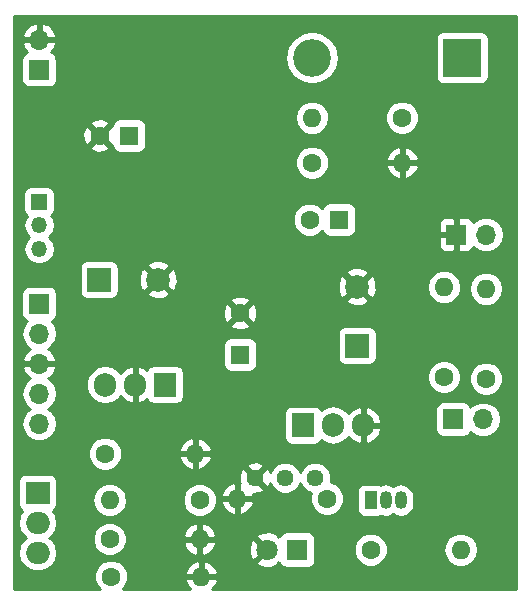
<source format=gbr>
G04 #@! TF.GenerationSoftware,KiCad,Pcbnew,(5.0.2)-1*
G04 #@! TF.CreationDate,2019-03-20T14:53:53-04:00*
G04 #@! TF.ProjectId,_saved__saved_tDCS,5f736176-6564-45f5-9f73-617665645f74,rev?*
G04 #@! TF.SameCoordinates,Original*
G04 #@! TF.FileFunction,Copper,L2,Bot*
G04 #@! TF.FilePolarity,Positive*
%FSLAX46Y46*%
G04 Gerber Fmt 4.6, Leading zero omitted, Abs format (unit mm)*
G04 Created by KiCad (PCBNEW (5.0.2)-1) date 3/20/2019 2:53:53 PM*
%MOMM*%
%LPD*%
G01*
G04 APERTURE LIST*
G04 #@! TA.AperFunction,ComponentPad*
%ADD10O,1.600000X1.600000*%
G04 #@! TD*
G04 #@! TA.AperFunction,ComponentPad*
%ADD11C,1.600000*%
G04 #@! TD*
G04 #@! TA.AperFunction,ComponentPad*
%ADD12R,1.700000X1.700000*%
G04 #@! TD*
G04 #@! TA.AperFunction,ComponentPad*
%ADD13O,1.700000X1.700000*%
G04 #@! TD*
G04 #@! TA.AperFunction,ComponentPad*
%ADD14R,1.600000X1.600000*%
G04 #@! TD*
G04 #@! TA.AperFunction,ComponentPad*
%ADD15R,1.800000X1.800000*%
G04 #@! TD*
G04 #@! TA.AperFunction,ComponentPad*
%ADD16C,1.800000*%
G04 #@! TD*
G04 #@! TA.AperFunction,ComponentPad*
%ADD17R,3.200000X3.200000*%
G04 #@! TD*
G04 #@! TA.AperFunction,ComponentPad*
%ADD18O,3.200000X3.200000*%
G04 #@! TD*
G04 #@! TA.AperFunction,ComponentPad*
%ADD19O,1.050000X1.500000*%
G04 #@! TD*
G04 #@! TA.AperFunction,ComponentPad*
%ADD20R,1.050000X1.500000*%
G04 #@! TD*
G04 #@! TA.AperFunction,ComponentPad*
%ADD21O,1.905000X2.000000*%
G04 #@! TD*
G04 #@! TA.AperFunction,ComponentPad*
%ADD22R,1.905000X2.000000*%
G04 #@! TD*
G04 #@! TA.AperFunction,ComponentPad*
%ADD23R,2.000000X1.905000*%
G04 #@! TD*
G04 #@! TA.AperFunction,ComponentPad*
%ADD24O,2.000000X1.905000*%
G04 #@! TD*
G04 #@! TA.AperFunction,ComponentPad*
%ADD25R,1.350000X1.350000*%
G04 #@! TD*
G04 #@! TA.AperFunction,ComponentPad*
%ADD26O,1.350000X1.350000*%
G04 #@! TD*
G04 #@! TA.AperFunction,ComponentPad*
%ADD27R,2.000000X2.000000*%
G04 #@! TD*
G04 #@! TA.AperFunction,ComponentPad*
%ADD28C,2.000000*%
G04 #@! TD*
G04 #@! TA.AperFunction,ComponentPad*
%ADD29C,1.440000*%
G04 #@! TD*
G04 #@! TA.AperFunction,ViaPad*
%ADD30C,0.800000*%
G04 #@! TD*
G04 #@! TA.AperFunction,Conductor*
%ADD31C,0.250000*%
G04 #@! TD*
G04 #@! TA.AperFunction,Conductor*
%ADD32C,0.254000*%
G04 #@! TD*
G04 APERTURE END LIST*
D10*
G04 #@! TO.P,R9,2*
G04 #@! TO.N,Net-(J3-Pad2)*
X89535000Y-121920000D03*
D11*
G04 #@! TO.P,R9,1*
G04 #@! TO.N,Net-(Q3-Pad2)*
X81915000Y-121920000D03*
G04 #@! TD*
G04 #@! TO.P,R6,1*
G04 #@! TO.N,Net-(C5-Pad1)*
X67437000Y-117729000D03*
D10*
G04 #@! TO.P,R6,2*
G04 #@! TO.N,Net-(J1-Pad5)*
X59817000Y-117729000D03*
G04 #@! TD*
D11*
G04 #@! TO.P,R10,1*
G04 #@! TO.N,Net-(C5-Pad1)*
X59436000Y-113792000D03*
D10*
G04 #@! TO.P,R10,2*
G04 #@! TO.N,boostout-*
X67056000Y-113792000D03*
G04 #@! TD*
D12*
G04 #@! TO.P,BT2,1*
G04 #@! TO.N,Net-(BT2-Pad1)*
X53848000Y-81280000D03*
D13*
G04 #@! TO.P,BT2,2*
G04 #@! TO.N,boostout-*
X53848000Y-78740000D03*
G04 #@! TD*
D14*
G04 #@! TO.P,C1,1*
G04 #@! TO.N,+9V*
X61468000Y-86868000D03*
D11*
G04 #@! TO.P,C1,2*
G04 #@! TO.N,boostout-*
X58968000Y-86868000D03*
G04 #@! TD*
D14*
G04 #@! TO.P,C3,1*
G04 #@! TO.N,Net-(C3-Pad1)*
X79248000Y-93980000D03*
D11*
G04 #@! TO.P,C3,2*
G04 #@! TO.N,Net-(C3-Pad2)*
X76748000Y-93980000D03*
G04 #@! TD*
D15*
G04 #@! TO.P,D1,1*
G04 #@! TO.N,Net-(D1-Pad1)*
X75692000Y-121920000D03*
D16*
G04 #@! TO.P,D1,2*
G04 #@! TO.N,boostout-*
X73152000Y-121920000D03*
G04 #@! TD*
D17*
G04 #@! TO.P,D2,1*
G04 #@! TO.N,Net-(C3-Pad1)*
X89662000Y-80264000D03*
D18*
G04 #@! TO.P,D2,2*
G04 #@! TO.N,Net-(D2-Pad2)*
X76962000Y-80264000D03*
G04 #@! TD*
D12*
G04 #@! TO.P,J1,1*
G04 #@! TO.N,Net-(J1-Pad1)*
X53848000Y-101092000D03*
D13*
G04 #@! TO.P,J1,2*
G04 #@! TO.N,+5V*
X53848000Y-103632000D03*
G04 #@! TO.P,J1,3*
G04 #@! TO.N,boostout-*
X53848000Y-106172000D03*
G04 #@! TO.P,J1,4*
G04 #@! TO.N,Net-(J1-Pad4)*
X53848000Y-108712000D03*
G04 #@! TO.P,J1,5*
G04 #@! TO.N,Net-(J1-Pad5)*
X53848000Y-111252000D03*
G04 #@! TD*
G04 #@! TO.P,J2,2*
G04 #@! TO.N,boostout+*
X91694000Y-95250000D03*
D12*
G04 #@! TO.P,J2,1*
G04 #@! TO.N,boostout-*
X89154000Y-95250000D03*
G04 #@! TD*
G04 #@! TO.P,J3,1*
G04 #@! TO.N,Net-(J3-Pad1)*
X88900000Y-110871000D03*
D13*
G04 #@! TO.P,J3,2*
G04 #@! TO.N,Net-(J3-Pad2)*
X91440000Y-110871000D03*
G04 #@! TD*
D19*
G04 #@! TO.P,Q1,2*
G04 #@! TO.N,Net-(D1-Pad1)*
X83185000Y-117729000D03*
G04 #@! TO.P,Q1,3*
G04 #@! TO.N,Net-(J3-Pad1)*
X84455000Y-117729000D03*
D20*
G04 #@! TO.P,Q1,1*
G04 #@! TO.N,Net-(Q1-Pad1)*
X81915000Y-117729000D03*
G04 #@! TD*
D21*
G04 #@! TO.P,Q2,3*
G04 #@! TO.N,boostout-*
X81280000Y-111379000D03*
G04 #@! TO.P,Q2,2*
G04 #@! TO.N,Net-(D1-Pad1)*
X78740000Y-111379000D03*
D22*
G04 #@! TO.P,Q2,1*
G04 #@! TO.N,Net-(C5-Pad1)*
X76200000Y-111379000D03*
G04 #@! TD*
D23*
G04 #@! TO.P,Q3,1*
G04 #@! TO.N,Net-(J1-Pad4)*
X53721000Y-117094000D03*
D24*
G04 #@! TO.P,Q3,2*
G04 #@! TO.N,Net-(Q3-Pad2)*
X53721000Y-119634000D03*
G04 #@! TO.P,Q3,3*
G04 #@! TO.N,Net-(J1-Pad1)*
X53721000Y-122174000D03*
G04 #@! TD*
D10*
G04 #@! TO.P,R1,2*
G04 #@! TO.N,boostout+*
X88138000Y-99695000D03*
D11*
G04 #@! TO.P,R1,1*
G04 #@! TO.N,Net-(D1-Pad1)*
X88138000Y-107315000D03*
G04 #@! TD*
D10*
G04 #@! TO.P,R2,2*
G04 #@! TO.N,boostout-*
X70612000Y-117602000D03*
D11*
G04 #@! TO.P,R2,1*
G04 #@! TO.N,Net-(Q1-Pad1)*
X78232000Y-117602000D03*
G04 #@! TD*
G04 #@! TO.P,R3,1*
G04 #@! TO.N,Net-(J3-Pad2)*
X91694000Y-107442000D03*
D10*
G04 #@! TO.P,R3,2*
G04 #@! TO.N,boostout+*
X91694000Y-99822000D03*
G04 #@! TD*
G04 #@! TO.P,R4,2*
G04 #@! TO.N,Net-(C3-Pad2)*
X76962000Y-85344000D03*
D11*
G04 #@! TO.P,R4,1*
G04 #@! TO.N,Net-(C3-Pad1)*
X84582000Y-85344000D03*
G04 #@! TD*
G04 #@! TO.P,R5,1*
G04 #@! TO.N,Net-(C3-Pad2)*
X76962000Y-89154000D03*
D10*
G04 #@! TO.P,R5,2*
G04 #@! TO.N,boostout-*
X84582000Y-89154000D03*
G04 #@! TD*
D11*
G04 #@! TO.P,R7,1*
G04 #@! TO.N,Net-(J1-Pad1)*
X59944000Y-124206000D03*
D10*
G04 #@! TO.P,R7,2*
G04 #@! TO.N,boostout-*
X67564000Y-124206000D03*
G04 #@! TD*
G04 #@! TO.P,R8,2*
G04 #@! TO.N,boostout-*
X67437000Y-121031000D03*
D11*
G04 #@! TO.P,R8,1*
G04 #@! TO.N,Net-(J1-Pad4)*
X59817000Y-121031000D03*
G04 #@! TD*
D25*
G04 #@! TO.P,SW1,1*
G04 #@! TO.N,N/C*
X53848000Y-92456000D03*
D26*
G04 #@! TO.P,SW1,2*
G04 #@! TO.N,Net-(JP1-Pad2)*
X53848000Y-94456000D03*
G04 #@! TO.P,SW1,3*
G04 #@! TO.N,+9V*
X53848000Y-96456000D03*
G04 #@! TD*
D22*
G04 #@! TO.P,U2,1*
G04 #@! TO.N,+9V*
X64516000Y-107950000D03*
D21*
G04 #@! TO.P,U2,2*
G04 #@! TO.N,boostout-*
X61976000Y-107950000D03*
G04 #@! TO.P,U2,3*
G04 #@! TO.N,+5V*
X59436000Y-107950000D03*
G04 #@! TD*
D27*
G04 #@! TO.P,C2,1*
G04 #@! TO.N,+9V*
X58928000Y-99060000D03*
D28*
G04 #@! TO.P,C2,2*
G04 #@! TO.N,boostout-*
X63928000Y-99060000D03*
G04 #@! TD*
G04 #@! TO.P,C4,2*
G04 #@! TO.N,boostout-*
X80772000Y-99648000D03*
D27*
G04 #@! TO.P,C4,1*
G04 #@! TO.N,boostout+*
X80772000Y-104648000D03*
G04 #@! TD*
D14*
G04 #@! TO.P,C5,1*
G04 #@! TO.N,Net-(C5-Pad1)*
X70866000Y-105410000D03*
D11*
G04 #@! TO.P,C5,2*
G04 #@! TO.N,boostout-*
X70866000Y-101910000D03*
G04 #@! TD*
D29*
G04 #@! TO.P,RV1,3*
G04 #@! TO.N,N/C*
X77216000Y-115824000D03*
G04 #@! TO.P,RV1,2*
G04 #@! TO.N,Net-(Q1-Pad1)*
X74676000Y-115824000D03*
G04 #@! TO.P,RV1,1*
G04 #@! TO.N,boostout-*
X72136000Y-115824000D03*
G04 #@! TD*
D30*
G04 #@! TO.N,boostout-*
X64414400Y-90500200D03*
X64516000Y-91440000D03*
X64312800Y-92430600D03*
X64363600Y-89560400D03*
X64312800Y-93497400D03*
X64541400Y-94437200D03*
X66903600Y-95605600D03*
G04 #@! TD*
D31*
G04 #@! TO.N,boostout-*
X64516000Y-89916000D02*
X64516000Y-91440000D01*
X64516000Y-91440000D02*
X64516000Y-92456000D01*
X64516000Y-93472000D02*
X64516000Y-93980000D01*
X64516000Y-93980000D02*
X64770000Y-94234000D01*
X65137847Y-94601847D02*
X65899847Y-94601847D01*
X65899847Y-94601847D02*
X66544153Y-95246153D01*
G04 #@! TD*
D32*
G04 #@! TO.N,boostout-*
G36*
X94265001Y-125265000D02*
X68503733Y-125265000D01*
X68795041Y-124943423D01*
X68955904Y-124555039D01*
X68833915Y-124333000D01*
X67691000Y-124333000D01*
X67691000Y-124353000D01*
X67437000Y-124353000D01*
X67437000Y-124333000D01*
X66294085Y-124333000D01*
X66172096Y-124555039D01*
X66332959Y-124943423D01*
X66624267Y-125265000D01*
X60914396Y-125265000D01*
X61160534Y-125018862D01*
X61379000Y-124491439D01*
X61379000Y-123920561D01*
X61352656Y-123856961D01*
X66172096Y-123856961D01*
X66294085Y-124079000D01*
X67437000Y-124079000D01*
X67437000Y-122935371D01*
X67691000Y-122935371D01*
X67691000Y-124079000D01*
X68833915Y-124079000D01*
X68955904Y-123856961D01*
X68795041Y-123468577D01*
X68419134Y-123053611D01*
X67913041Y-122814086D01*
X67691000Y-122935371D01*
X67437000Y-122935371D01*
X67214959Y-122814086D01*
X66708866Y-123053611D01*
X66332959Y-123468577D01*
X66172096Y-123856961D01*
X61352656Y-123856961D01*
X61160534Y-123393138D01*
X60756862Y-122989466D01*
X60229439Y-122771000D01*
X59658561Y-122771000D01*
X59131138Y-122989466D01*
X58727466Y-123393138D01*
X58509000Y-123920561D01*
X58509000Y-124491439D01*
X58727466Y-125018862D01*
X58973604Y-125265000D01*
X51735000Y-125265000D01*
X51735000Y-119634000D01*
X52054900Y-119634000D01*
X52178109Y-120253411D01*
X52528977Y-120778523D01*
X52716767Y-120904000D01*
X52528977Y-121029477D01*
X52178109Y-121554589D01*
X52054900Y-122174000D01*
X52178109Y-122793411D01*
X52528977Y-123318523D01*
X53054089Y-123669391D01*
X53517150Y-123761500D01*
X53924850Y-123761500D01*
X54387911Y-123669391D01*
X54913023Y-123318523D01*
X55263891Y-122793411D01*
X55387100Y-122174000D01*
X55263891Y-121554589D01*
X54913023Y-121029477D01*
X54725233Y-120904000D01*
X54913023Y-120778523D01*
X54935047Y-120745561D01*
X58382000Y-120745561D01*
X58382000Y-121316439D01*
X58600466Y-121843862D01*
X59004138Y-122247534D01*
X59531561Y-122466000D01*
X60102439Y-122466000D01*
X60629862Y-122247534D01*
X61033534Y-121843862D01*
X61225655Y-121380039D01*
X66045096Y-121380039D01*
X66205959Y-121768423D01*
X66581866Y-122183389D01*
X67087959Y-122422914D01*
X67310000Y-122301629D01*
X67310000Y-121158000D01*
X67564000Y-121158000D01*
X67564000Y-122301629D01*
X67786041Y-122422914D01*
X68292134Y-122183389D01*
X68668041Y-121768423D01*
X68704939Y-121679336D01*
X71605542Y-121679336D01*
X71631161Y-122289460D01*
X71815357Y-122734148D01*
X72071841Y-122820554D01*
X72972395Y-121920000D01*
X72071841Y-121019446D01*
X71815357Y-121105852D01*
X71605542Y-121679336D01*
X68704939Y-121679336D01*
X68828904Y-121380039D01*
X68706915Y-121158000D01*
X67564000Y-121158000D01*
X67310000Y-121158000D01*
X66167085Y-121158000D01*
X66045096Y-121380039D01*
X61225655Y-121380039D01*
X61252000Y-121316439D01*
X61252000Y-120745561D01*
X61225656Y-120681961D01*
X66045096Y-120681961D01*
X66167085Y-120904000D01*
X67310000Y-120904000D01*
X67310000Y-119760371D01*
X67564000Y-119760371D01*
X67564000Y-120904000D01*
X68706915Y-120904000D01*
X68742164Y-120839841D01*
X72251446Y-120839841D01*
X73152000Y-121740395D01*
X73166143Y-121726253D01*
X73345748Y-121905858D01*
X73331605Y-121920000D01*
X73345748Y-121934143D01*
X73166143Y-122113748D01*
X73152000Y-122099605D01*
X72251446Y-123000159D01*
X72337852Y-123256643D01*
X72911336Y-123466458D01*
X73521460Y-123440839D01*
X73966148Y-123256643D01*
X74052553Y-123000161D01*
X74167110Y-123114718D01*
X74201942Y-123079886D01*
X74334191Y-123277809D01*
X74544235Y-123418157D01*
X74792000Y-123467440D01*
X76592000Y-123467440D01*
X76839765Y-123418157D01*
X77049809Y-123277809D01*
X77190157Y-123067765D01*
X77239440Y-122820000D01*
X77239440Y-121634561D01*
X80480000Y-121634561D01*
X80480000Y-122205439D01*
X80698466Y-122732862D01*
X81102138Y-123136534D01*
X81629561Y-123355000D01*
X82200439Y-123355000D01*
X82727862Y-123136534D01*
X83131534Y-122732862D01*
X83350000Y-122205439D01*
X83350000Y-121920000D01*
X88071887Y-121920000D01*
X88183260Y-122479909D01*
X88500423Y-122954577D01*
X88975091Y-123271740D01*
X89393667Y-123355000D01*
X89676333Y-123355000D01*
X90094909Y-123271740D01*
X90569577Y-122954577D01*
X90886740Y-122479909D01*
X90998113Y-121920000D01*
X90886740Y-121360091D01*
X90569577Y-120885423D01*
X90094909Y-120568260D01*
X89676333Y-120485000D01*
X89393667Y-120485000D01*
X88975091Y-120568260D01*
X88500423Y-120885423D01*
X88183260Y-121360091D01*
X88071887Y-121920000D01*
X83350000Y-121920000D01*
X83350000Y-121634561D01*
X83131534Y-121107138D01*
X82727862Y-120703466D01*
X82200439Y-120485000D01*
X81629561Y-120485000D01*
X81102138Y-120703466D01*
X80698466Y-121107138D01*
X80480000Y-121634561D01*
X77239440Y-121634561D01*
X77239440Y-121020000D01*
X77190157Y-120772235D01*
X77049809Y-120562191D01*
X76839765Y-120421843D01*
X76592000Y-120372560D01*
X74792000Y-120372560D01*
X74544235Y-120421843D01*
X74334191Y-120562191D01*
X74201942Y-120760114D01*
X74167110Y-120725282D01*
X74052553Y-120839839D01*
X73966148Y-120583357D01*
X73392664Y-120373542D01*
X72782540Y-120399161D01*
X72337852Y-120583357D01*
X72251446Y-120839841D01*
X68742164Y-120839841D01*
X68828904Y-120681961D01*
X68668041Y-120293577D01*
X68292134Y-119878611D01*
X67786041Y-119639086D01*
X67564000Y-119760371D01*
X67310000Y-119760371D01*
X67087959Y-119639086D01*
X66581866Y-119878611D01*
X66205959Y-120293577D01*
X66045096Y-120681961D01*
X61225656Y-120681961D01*
X61033534Y-120218138D01*
X60629862Y-119814466D01*
X60102439Y-119596000D01*
X59531561Y-119596000D01*
X59004138Y-119814466D01*
X58600466Y-120218138D01*
X58382000Y-120745561D01*
X54935047Y-120745561D01*
X55263891Y-120253411D01*
X55387100Y-119634000D01*
X55263891Y-119014589D01*
X55001912Y-118622509D01*
X55178809Y-118504309D01*
X55319157Y-118294265D01*
X55368440Y-118046500D01*
X55368440Y-117729000D01*
X58353887Y-117729000D01*
X58465260Y-118288909D01*
X58782423Y-118763577D01*
X59257091Y-119080740D01*
X59675667Y-119164000D01*
X59958333Y-119164000D01*
X60376909Y-119080740D01*
X60851577Y-118763577D01*
X61168740Y-118288909D01*
X61280113Y-117729000D01*
X61223336Y-117443561D01*
X66002000Y-117443561D01*
X66002000Y-118014439D01*
X66220466Y-118541862D01*
X66624138Y-118945534D01*
X67151561Y-119164000D01*
X67722439Y-119164000D01*
X68249862Y-118945534D01*
X68653534Y-118541862D01*
X68872000Y-118014439D01*
X68872000Y-117951039D01*
X69220096Y-117951039D01*
X69380959Y-118339423D01*
X69756866Y-118754389D01*
X70262959Y-118993914D01*
X70485000Y-118872629D01*
X70485000Y-117729000D01*
X70739000Y-117729000D01*
X70739000Y-118872629D01*
X70961041Y-118993914D01*
X71467134Y-118754389D01*
X71843041Y-118339423D01*
X72003904Y-117951039D01*
X71881915Y-117729000D01*
X70739000Y-117729000D01*
X70485000Y-117729000D01*
X69342085Y-117729000D01*
X69220096Y-117951039D01*
X68872000Y-117951039D01*
X68872000Y-117443561D01*
X68793051Y-117252961D01*
X69220096Y-117252961D01*
X69342085Y-117475000D01*
X70485000Y-117475000D01*
X70485000Y-116331371D01*
X70739000Y-116331371D01*
X70739000Y-117475000D01*
X71881915Y-117475000D01*
X72003904Y-117252961D01*
X71977521Y-117189263D01*
X72476644Y-117162892D01*
X72841869Y-117011611D01*
X72906169Y-116773774D01*
X72136000Y-116003605D01*
X72121858Y-116017748D01*
X71942253Y-115838143D01*
X71956395Y-115824000D01*
X72315605Y-115824000D01*
X73085774Y-116594169D01*
X73323611Y-116529869D01*
X73405649Y-116297886D01*
X73527286Y-116591546D01*
X73908454Y-116972714D01*
X74406474Y-117179000D01*
X74945526Y-117179000D01*
X75443546Y-116972714D01*
X75824714Y-116591546D01*
X75946000Y-116298735D01*
X76067286Y-116591546D01*
X76448454Y-116972714D01*
X76867525Y-117146298D01*
X76797000Y-117316561D01*
X76797000Y-117887439D01*
X77015466Y-118414862D01*
X77419138Y-118818534D01*
X77946561Y-119037000D01*
X78517439Y-119037000D01*
X79044862Y-118818534D01*
X79448534Y-118414862D01*
X79667000Y-117887439D01*
X79667000Y-117316561D01*
X79527178Y-116979000D01*
X80742560Y-116979000D01*
X80742560Y-118479000D01*
X80791843Y-118726765D01*
X80932191Y-118936809D01*
X81142235Y-119077157D01*
X81390000Y-119126440D01*
X82440000Y-119126440D01*
X82687765Y-119077157D01*
X82733134Y-119046842D01*
X83185000Y-119136725D01*
X83637609Y-119046695D01*
X83820001Y-118924825D01*
X84002392Y-119046695D01*
X84455000Y-119136725D01*
X84907609Y-119046695D01*
X85291313Y-118790313D01*
X85547695Y-118406608D01*
X85615000Y-118068245D01*
X85615000Y-117389754D01*
X85547695Y-117051391D01*
X85291313Y-116667687D01*
X84907608Y-116411305D01*
X84455000Y-116321275D01*
X84002391Y-116411305D01*
X83820000Y-116533175D01*
X83637608Y-116411305D01*
X83185000Y-116321275D01*
X82733133Y-116411157D01*
X82687765Y-116380843D01*
X82440000Y-116331560D01*
X81390000Y-116331560D01*
X81142235Y-116380843D01*
X80932191Y-116521191D01*
X80791843Y-116731235D01*
X80742560Y-116979000D01*
X79527178Y-116979000D01*
X79448534Y-116789138D01*
X79044862Y-116385466D01*
X78537179Y-116175177D01*
X78571000Y-116093526D01*
X78571000Y-115554474D01*
X78364714Y-115056454D01*
X77983546Y-114675286D01*
X77485526Y-114469000D01*
X76946474Y-114469000D01*
X76448454Y-114675286D01*
X76067286Y-115056454D01*
X75946000Y-115349265D01*
X75824714Y-115056454D01*
X75443546Y-114675286D01*
X74945526Y-114469000D01*
X74406474Y-114469000D01*
X73908454Y-114675286D01*
X73527286Y-115056454D01*
X73412675Y-115333151D01*
X73323611Y-115118131D01*
X73085774Y-115053831D01*
X72315605Y-115824000D01*
X71956395Y-115824000D01*
X71186226Y-115053831D01*
X70948389Y-115118131D01*
X70768667Y-115626342D01*
X70797108Y-116164644D01*
X70842705Y-116274725D01*
X70739000Y-116331371D01*
X70485000Y-116331371D01*
X70262959Y-116210086D01*
X69756866Y-116449611D01*
X69380959Y-116864577D01*
X69220096Y-117252961D01*
X68793051Y-117252961D01*
X68653534Y-116916138D01*
X68249862Y-116512466D01*
X67722439Y-116294000D01*
X67151561Y-116294000D01*
X66624138Y-116512466D01*
X66220466Y-116916138D01*
X66002000Y-117443561D01*
X61223336Y-117443561D01*
X61168740Y-117169091D01*
X60851577Y-116694423D01*
X60376909Y-116377260D01*
X59958333Y-116294000D01*
X59675667Y-116294000D01*
X59257091Y-116377260D01*
X58782423Y-116694423D01*
X58465260Y-117169091D01*
X58353887Y-117729000D01*
X55368440Y-117729000D01*
X55368440Y-116141500D01*
X55319157Y-115893735D01*
X55178809Y-115683691D01*
X54968765Y-115543343D01*
X54721000Y-115494060D01*
X52721000Y-115494060D01*
X52473235Y-115543343D01*
X52263191Y-115683691D01*
X52122843Y-115893735D01*
X52073560Y-116141500D01*
X52073560Y-118046500D01*
X52122843Y-118294265D01*
X52263191Y-118504309D01*
X52440088Y-118622509D01*
X52178109Y-119014589D01*
X52054900Y-119634000D01*
X51735000Y-119634000D01*
X51735000Y-113506561D01*
X58001000Y-113506561D01*
X58001000Y-114077439D01*
X58219466Y-114604862D01*
X58623138Y-115008534D01*
X59150561Y-115227000D01*
X59721439Y-115227000D01*
X60248862Y-115008534D01*
X60652534Y-114604862D01*
X60844655Y-114141039D01*
X65664096Y-114141039D01*
X65824959Y-114529423D01*
X66200866Y-114944389D01*
X66706959Y-115183914D01*
X66929000Y-115062629D01*
X66929000Y-113919000D01*
X67183000Y-113919000D01*
X67183000Y-115062629D01*
X67405041Y-115183914D01*
X67911134Y-114944389D01*
X67974692Y-114874226D01*
X71365831Y-114874226D01*
X72136000Y-115644395D01*
X72906169Y-114874226D01*
X72841869Y-114636389D01*
X72333658Y-114456667D01*
X71795356Y-114485108D01*
X71430131Y-114636389D01*
X71365831Y-114874226D01*
X67974692Y-114874226D01*
X68287041Y-114529423D01*
X68447904Y-114141039D01*
X68325915Y-113919000D01*
X67183000Y-113919000D01*
X66929000Y-113919000D01*
X65786085Y-113919000D01*
X65664096Y-114141039D01*
X60844655Y-114141039D01*
X60871000Y-114077439D01*
X60871000Y-113506561D01*
X60844656Y-113442961D01*
X65664096Y-113442961D01*
X65786085Y-113665000D01*
X66929000Y-113665000D01*
X66929000Y-112521371D01*
X67183000Y-112521371D01*
X67183000Y-113665000D01*
X68325915Y-113665000D01*
X68447904Y-113442961D01*
X68287041Y-113054577D01*
X67911134Y-112639611D01*
X67405041Y-112400086D01*
X67183000Y-112521371D01*
X66929000Y-112521371D01*
X66706959Y-112400086D01*
X66200866Y-112639611D01*
X65824959Y-113054577D01*
X65664096Y-113442961D01*
X60844656Y-113442961D01*
X60652534Y-112979138D01*
X60248862Y-112575466D01*
X59721439Y-112357000D01*
X59150561Y-112357000D01*
X58623138Y-112575466D01*
X58219466Y-112979138D01*
X58001000Y-113506561D01*
X51735000Y-113506561D01*
X51735000Y-108712000D01*
X52333908Y-108712000D01*
X52449161Y-109291418D01*
X52777375Y-109782625D01*
X53075761Y-109982000D01*
X52777375Y-110181375D01*
X52449161Y-110672582D01*
X52333908Y-111252000D01*
X52449161Y-111831418D01*
X52777375Y-112322625D01*
X53268582Y-112650839D01*
X53701744Y-112737000D01*
X53994256Y-112737000D01*
X54427418Y-112650839D01*
X54918625Y-112322625D01*
X55246839Y-111831418D01*
X55362092Y-111252000D01*
X55246839Y-110672582D01*
X55050674Y-110379000D01*
X74600060Y-110379000D01*
X74600060Y-112379000D01*
X74649343Y-112626765D01*
X74789691Y-112836809D01*
X74999735Y-112977157D01*
X75247500Y-113026440D01*
X77152500Y-113026440D01*
X77400265Y-112977157D01*
X77610309Y-112836809D01*
X77728509Y-112659912D01*
X78120590Y-112921891D01*
X78740000Y-113045100D01*
X79359411Y-112921891D01*
X79884523Y-112571023D01*
X80019159Y-112369526D01*
X80413076Y-112754973D01*
X80907020Y-112969563D01*
X81153000Y-112849594D01*
X81153000Y-111506000D01*
X81407000Y-111506000D01*
X81407000Y-112849594D01*
X81652980Y-112969563D01*
X82146924Y-112754973D01*
X82589318Y-112322091D01*
X82832380Y-111752864D01*
X82705572Y-111506000D01*
X81407000Y-111506000D01*
X81153000Y-111506000D01*
X81133000Y-111506000D01*
X81133000Y-111252000D01*
X81153000Y-111252000D01*
X81153000Y-109908406D01*
X81407000Y-109908406D01*
X81407000Y-111252000D01*
X82705572Y-111252000D01*
X82832380Y-111005136D01*
X82589318Y-110435909D01*
X82165292Y-110021000D01*
X87402560Y-110021000D01*
X87402560Y-111721000D01*
X87451843Y-111968765D01*
X87592191Y-112178809D01*
X87802235Y-112319157D01*
X88050000Y-112368440D01*
X89750000Y-112368440D01*
X89997765Y-112319157D01*
X90207809Y-112178809D01*
X90348157Y-111968765D01*
X90357184Y-111923381D01*
X90369375Y-111941625D01*
X90860582Y-112269839D01*
X91293744Y-112356000D01*
X91586256Y-112356000D01*
X92019418Y-112269839D01*
X92510625Y-111941625D01*
X92838839Y-111450418D01*
X92954092Y-110871000D01*
X92838839Y-110291582D01*
X92510625Y-109800375D01*
X92019418Y-109472161D01*
X91586256Y-109386000D01*
X91293744Y-109386000D01*
X90860582Y-109472161D01*
X90369375Y-109800375D01*
X90357184Y-109818619D01*
X90348157Y-109773235D01*
X90207809Y-109563191D01*
X89997765Y-109422843D01*
X89750000Y-109373560D01*
X88050000Y-109373560D01*
X87802235Y-109422843D01*
X87592191Y-109563191D01*
X87451843Y-109773235D01*
X87402560Y-110021000D01*
X82165292Y-110021000D01*
X82146924Y-110003027D01*
X81652980Y-109788437D01*
X81407000Y-109908406D01*
X81153000Y-109908406D01*
X80907020Y-109788437D01*
X80413076Y-110003027D01*
X80019159Y-110388474D01*
X79884523Y-110186977D01*
X79359410Y-109836109D01*
X78740000Y-109712900D01*
X78120589Y-109836109D01*
X77728509Y-110098088D01*
X77610309Y-109921191D01*
X77400265Y-109780843D01*
X77152500Y-109731560D01*
X75247500Y-109731560D01*
X74999735Y-109780843D01*
X74789691Y-109921191D01*
X74649343Y-110131235D01*
X74600060Y-110379000D01*
X55050674Y-110379000D01*
X54918625Y-110181375D01*
X54620239Y-109982000D01*
X54918625Y-109782625D01*
X55246839Y-109291418D01*
X55362092Y-108712000D01*
X55246839Y-108132582D01*
X54988634Y-107746150D01*
X57848500Y-107746150D01*
X57848500Y-108153849D01*
X57940609Y-108616910D01*
X58291477Y-109142023D01*
X58816589Y-109492891D01*
X59436000Y-109616100D01*
X60055410Y-109492891D01*
X60580523Y-109142023D01*
X60715159Y-108940526D01*
X61109076Y-109325973D01*
X61603020Y-109540563D01*
X61849000Y-109420594D01*
X61849000Y-108077000D01*
X61829000Y-108077000D01*
X61829000Y-107823000D01*
X61849000Y-107823000D01*
X61849000Y-106479406D01*
X62103000Y-106479406D01*
X62103000Y-107823000D01*
X62123000Y-107823000D01*
X62123000Y-108077000D01*
X62103000Y-108077000D01*
X62103000Y-109420594D01*
X62348980Y-109540563D01*
X62842924Y-109325973D01*
X62968745Y-109202857D01*
X63105691Y-109407809D01*
X63315735Y-109548157D01*
X63563500Y-109597440D01*
X65468500Y-109597440D01*
X65716265Y-109548157D01*
X65926309Y-109407809D01*
X66066657Y-109197765D01*
X66115940Y-108950000D01*
X66115940Y-107029561D01*
X86703000Y-107029561D01*
X86703000Y-107600439D01*
X86921466Y-108127862D01*
X87325138Y-108531534D01*
X87852561Y-108750000D01*
X88423439Y-108750000D01*
X88950862Y-108531534D01*
X89354534Y-108127862D01*
X89573000Y-107600439D01*
X89573000Y-107156561D01*
X90259000Y-107156561D01*
X90259000Y-107727439D01*
X90477466Y-108254862D01*
X90881138Y-108658534D01*
X91408561Y-108877000D01*
X91979439Y-108877000D01*
X92506862Y-108658534D01*
X92910534Y-108254862D01*
X93129000Y-107727439D01*
X93129000Y-107156561D01*
X92910534Y-106629138D01*
X92506862Y-106225466D01*
X91979439Y-106007000D01*
X91408561Y-106007000D01*
X90881138Y-106225466D01*
X90477466Y-106629138D01*
X90259000Y-107156561D01*
X89573000Y-107156561D01*
X89573000Y-107029561D01*
X89354534Y-106502138D01*
X88950862Y-106098466D01*
X88423439Y-105880000D01*
X87852561Y-105880000D01*
X87325138Y-106098466D01*
X86921466Y-106502138D01*
X86703000Y-107029561D01*
X66115940Y-107029561D01*
X66115940Y-106950000D01*
X66066657Y-106702235D01*
X65926309Y-106492191D01*
X65716265Y-106351843D01*
X65468500Y-106302560D01*
X63563500Y-106302560D01*
X63315735Y-106351843D01*
X63105691Y-106492191D01*
X62968745Y-106697143D01*
X62842924Y-106574027D01*
X62348980Y-106359437D01*
X62103000Y-106479406D01*
X61849000Y-106479406D01*
X61603020Y-106359437D01*
X61109076Y-106574027D01*
X60715159Y-106959474D01*
X60580523Y-106757977D01*
X60055411Y-106407109D01*
X59436000Y-106283900D01*
X58816590Y-106407109D01*
X58291477Y-106757977D01*
X57940609Y-107283089D01*
X57848500Y-107746150D01*
X54988634Y-107746150D01*
X54918625Y-107641375D01*
X54599522Y-107428157D01*
X54729358Y-107367183D01*
X55119645Y-106938924D01*
X55289476Y-106528890D01*
X55168155Y-106299000D01*
X53975000Y-106299000D01*
X53975000Y-106319000D01*
X53721000Y-106319000D01*
X53721000Y-106299000D01*
X52527845Y-106299000D01*
X52406524Y-106528890D01*
X52576355Y-106938924D01*
X52966642Y-107367183D01*
X53096478Y-107428157D01*
X52777375Y-107641375D01*
X52449161Y-108132582D01*
X52333908Y-108712000D01*
X51735000Y-108712000D01*
X51735000Y-103632000D01*
X52333908Y-103632000D01*
X52449161Y-104211418D01*
X52777375Y-104702625D01*
X53096478Y-104915843D01*
X52966642Y-104976817D01*
X52576355Y-105405076D01*
X52406524Y-105815110D01*
X52527845Y-106045000D01*
X53721000Y-106045000D01*
X53721000Y-106025000D01*
X53975000Y-106025000D01*
X53975000Y-106045000D01*
X55168155Y-106045000D01*
X55289476Y-105815110D01*
X55119645Y-105405076D01*
X54729358Y-104976817D01*
X54599522Y-104915843D01*
X54918625Y-104702625D01*
X54980515Y-104610000D01*
X69418560Y-104610000D01*
X69418560Y-106210000D01*
X69467843Y-106457765D01*
X69608191Y-106667809D01*
X69818235Y-106808157D01*
X70066000Y-106857440D01*
X71666000Y-106857440D01*
X71913765Y-106808157D01*
X72123809Y-106667809D01*
X72264157Y-106457765D01*
X72313440Y-106210000D01*
X72313440Y-104610000D01*
X72264157Y-104362235D01*
X72123809Y-104152191D01*
X71913765Y-104011843D01*
X71666000Y-103962560D01*
X70066000Y-103962560D01*
X69818235Y-104011843D01*
X69608191Y-104152191D01*
X69467843Y-104362235D01*
X69418560Y-104610000D01*
X54980515Y-104610000D01*
X55246839Y-104211418D01*
X55358909Y-103648000D01*
X79124560Y-103648000D01*
X79124560Y-105648000D01*
X79173843Y-105895765D01*
X79314191Y-106105809D01*
X79524235Y-106246157D01*
X79772000Y-106295440D01*
X81772000Y-106295440D01*
X82019765Y-106246157D01*
X82229809Y-106105809D01*
X82370157Y-105895765D01*
X82419440Y-105648000D01*
X82419440Y-103648000D01*
X82370157Y-103400235D01*
X82229809Y-103190191D01*
X82019765Y-103049843D01*
X81772000Y-103000560D01*
X79772000Y-103000560D01*
X79524235Y-103049843D01*
X79314191Y-103190191D01*
X79173843Y-103400235D01*
X79124560Y-103648000D01*
X55358909Y-103648000D01*
X55362092Y-103632000D01*
X55246839Y-103052582D01*
X55156744Y-102917745D01*
X70037861Y-102917745D01*
X70111995Y-103163864D01*
X70649223Y-103356965D01*
X71219454Y-103329778D01*
X71620005Y-103163864D01*
X71694139Y-102917745D01*
X70866000Y-102089605D01*
X70037861Y-102917745D01*
X55156744Y-102917745D01*
X54918625Y-102561375D01*
X54900381Y-102549184D01*
X54945765Y-102540157D01*
X55155809Y-102399809D01*
X55296157Y-102189765D01*
X55345440Y-101942000D01*
X55345440Y-101693223D01*
X69419035Y-101693223D01*
X69446222Y-102263454D01*
X69612136Y-102664005D01*
X69858255Y-102738139D01*
X70686395Y-101910000D01*
X71045605Y-101910000D01*
X71873745Y-102738139D01*
X72119864Y-102664005D01*
X72312965Y-102126777D01*
X72285778Y-101556546D01*
X72119864Y-101155995D01*
X71873745Y-101081861D01*
X71045605Y-101910000D01*
X70686395Y-101910000D01*
X69858255Y-101081861D01*
X69612136Y-101155995D01*
X69419035Y-101693223D01*
X55345440Y-101693223D01*
X55345440Y-100902255D01*
X70037861Y-100902255D01*
X70866000Y-101730395D01*
X71694139Y-100902255D01*
X71663499Y-100800532D01*
X79799073Y-100800532D01*
X79897736Y-101067387D01*
X80507461Y-101293908D01*
X81157460Y-101269856D01*
X81646264Y-101067387D01*
X81744927Y-100800532D01*
X80772000Y-99827605D01*
X79799073Y-100800532D01*
X71663499Y-100800532D01*
X71620005Y-100656136D01*
X71082777Y-100463035D01*
X70512546Y-100490222D01*
X70111995Y-100656136D01*
X70037861Y-100902255D01*
X55345440Y-100902255D01*
X55345440Y-100242000D01*
X55296157Y-99994235D01*
X55155809Y-99784191D01*
X54945765Y-99643843D01*
X54698000Y-99594560D01*
X52998000Y-99594560D01*
X52750235Y-99643843D01*
X52540191Y-99784191D01*
X52399843Y-99994235D01*
X52350560Y-100242000D01*
X52350560Y-101942000D01*
X52399843Y-102189765D01*
X52540191Y-102399809D01*
X52750235Y-102540157D01*
X52795619Y-102549184D01*
X52777375Y-102561375D01*
X52449161Y-103052582D01*
X52333908Y-103632000D01*
X51735000Y-103632000D01*
X51735000Y-98060000D01*
X57280560Y-98060000D01*
X57280560Y-100060000D01*
X57329843Y-100307765D01*
X57470191Y-100517809D01*
X57680235Y-100658157D01*
X57928000Y-100707440D01*
X59928000Y-100707440D01*
X60175765Y-100658157D01*
X60385809Y-100517809D01*
X60526157Y-100307765D01*
X60545099Y-100212532D01*
X62955073Y-100212532D01*
X63053736Y-100479387D01*
X63663461Y-100705908D01*
X64313460Y-100681856D01*
X64802264Y-100479387D01*
X64900927Y-100212532D01*
X63928000Y-99239605D01*
X62955073Y-100212532D01*
X60545099Y-100212532D01*
X60575440Y-100060000D01*
X60575440Y-98795461D01*
X62282092Y-98795461D01*
X62306144Y-99445460D01*
X62508613Y-99934264D01*
X62775468Y-100032927D01*
X63748395Y-99060000D01*
X64107605Y-99060000D01*
X65080532Y-100032927D01*
X65347387Y-99934264D01*
X65552017Y-99383461D01*
X79126092Y-99383461D01*
X79150144Y-100033460D01*
X79352613Y-100522264D01*
X79619468Y-100620927D01*
X80592395Y-99648000D01*
X80951605Y-99648000D01*
X81924532Y-100620927D01*
X82191387Y-100522264D01*
X82417908Y-99912539D01*
X82409859Y-99695000D01*
X86674887Y-99695000D01*
X86786260Y-100254909D01*
X87103423Y-100729577D01*
X87578091Y-101046740D01*
X87996667Y-101130000D01*
X88279333Y-101130000D01*
X88697909Y-101046740D01*
X89172577Y-100729577D01*
X89489740Y-100254909D01*
X89575851Y-99822000D01*
X90230887Y-99822000D01*
X90342260Y-100381909D01*
X90659423Y-100856577D01*
X91134091Y-101173740D01*
X91552667Y-101257000D01*
X91835333Y-101257000D01*
X92253909Y-101173740D01*
X92728577Y-100856577D01*
X93045740Y-100381909D01*
X93157113Y-99822000D01*
X93045740Y-99262091D01*
X92728577Y-98787423D01*
X92253909Y-98470260D01*
X91835333Y-98387000D01*
X91552667Y-98387000D01*
X91134091Y-98470260D01*
X90659423Y-98787423D01*
X90342260Y-99262091D01*
X90230887Y-99822000D01*
X89575851Y-99822000D01*
X89601113Y-99695000D01*
X89489740Y-99135091D01*
X89172577Y-98660423D01*
X88697909Y-98343260D01*
X88279333Y-98260000D01*
X87996667Y-98260000D01*
X87578091Y-98343260D01*
X87103423Y-98660423D01*
X86786260Y-99135091D01*
X86674887Y-99695000D01*
X82409859Y-99695000D01*
X82393856Y-99262540D01*
X82191387Y-98773736D01*
X81924532Y-98675073D01*
X80951605Y-99648000D01*
X80592395Y-99648000D01*
X79619468Y-98675073D01*
X79352613Y-98773736D01*
X79126092Y-99383461D01*
X65552017Y-99383461D01*
X65573908Y-99324539D01*
X65549856Y-98674540D01*
X65475683Y-98495468D01*
X79799073Y-98495468D01*
X80772000Y-99468395D01*
X81744927Y-98495468D01*
X81646264Y-98228613D01*
X81036539Y-98002092D01*
X80386540Y-98026144D01*
X79897736Y-98228613D01*
X79799073Y-98495468D01*
X65475683Y-98495468D01*
X65347387Y-98185736D01*
X65080532Y-98087073D01*
X64107605Y-99060000D01*
X63748395Y-99060000D01*
X62775468Y-98087073D01*
X62508613Y-98185736D01*
X62282092Y-98795461D01*
X60575440Y-98795461D01*
X60575440Y-98060000D01*
X60545100Y-97907468D01*
X62955073Y-97907468D01*
X63928000Y-98880395D01*
X64900927Y-97907468D01*
X64802264Y-97640613D01*
X64192539Y-97414092D01*
X63542540Y-97438144D01*
X63053736Y-97640613D01*
X62955073Y-97907468D01*
X60545100Y-97907468D01*
X60526157Y-97812235D01*
X60385809Y-97602191D01*
X60175765Y-97461843D01*
X59928000Y-97412560D01*
X57928000Y-97412560D01*
X57680235Y-97461843D01*
X57470191Y-97602191D01*
X57329843Y-97812235D01*
X57280560Y-98060000D01*
X51735000Y-98060000D01*
X51735000Y-94456000D01*
X52512336Y-94456000D01*
X52614007Y-94967136D01*
X52903543Y-95400457D01*
X52986669Y-95456000D01*
X52903543Y-95511543D01*
X52614007Y-95944864D01*
X52512336Y-96456000D01*
X52614007Y-96967136D01*
X52903543Y-97400457D01*
X53336864Y-97689993D01*
X53718978Y-97766000D01*
X53977022Y-97766000D01*
X54359136Y-97689993D01*
X54792457Y-97400457D01*
X55081993Y-96967136D01*
X55183664Y-96456000D01*
X55081993Y-95944864D01*
X54808632Y-95535750D01*
X87669000Y-95535750D01*
X87669000Y-96226309D01*
X87765673Y-96459698D01*
X87944301Y-96638327D01*
X88177690Y-96735000D01*
X88868250Y-96735000D01*
X89027000Y-96576250D01*
X89027000Y-95377000D01*
X87827750Y-95377000D01*
X87669000Y-95535750D01*
X54808632Y-95535750D01*
X54792457Y-95511543D01*
X54709331Y-95456000D01*
X54792457Y-95400457D01*
X55081993Y-94967136D01*
X55183664Y-94456000D01*
X55081993Y-93944864D01*
X54914746Y-93694561D01*
X75313000Y-93694561D01*
X75313000Y-94265439D01*
X75531466Y-94792862D01*
X75935138Y-95196534D01*
X76462561Y-95415000D01*
X77033439Y-95415000D01*
X77560862Y-95196534D01*
X77829899Y-94927497D01*
X77849843Y-95027765D01*
X77990191Y-95237809D01*
X78200235Y-95378157D01*
X78448000Y-95427440D01*
X80048000Y-95427440D01*
X80295765Y-95378157D01*
X80505809Y-95237809D01*
X80646157Y-95027765D01*
X80695440Y-94780000D01*
X80695440Y-94273691D01*
X87669000Y-94273691D01*
X87669000Y-94964250D01*
X87827750Y-95123000D01*
X89027000Y-95123000D01*
X89027000Y-93923750D01*
X89281000Y-93923750D01*
X89281000Y-95123000D01*
X89301000Y-95123000D01*
X89301000Y-95377000D01*
X89281000Y-95377000D01*
X89281000Y-96576250D01*
X89439750Y-96735000D01*
X90130310Y-96735000D01*
X90363699Y-96638327D01*
X90542327Y-96459698D01*
X90608904Y-96298967D01*
X90623375Y-96320625D01*
X91114582Y-96648839D01*
X91547744Y-96735000D01*
X91840256Y-96735000D01*
X92273418Y-96648839D01*
X92764625Y-96320625D01*
X93092839Y-95829418D01*
X93208092Y-95250000D01*
X93092839Y-94670582D01*
X92764625Y-94179375D01*
X92273418Y-93851161D01*
X91840256Y-93765000D01*
X91547744Y-93765000D01*
X91114582Y-93851161D01*
X90623375Y-94179375D01*
X90608904Y-94201033D01*
X90542327Y-94040302D01*
X90363699Y-93861673D01*
X90130310Y-93765000D01*
X89439750Y-93765000D01*
X89281000Y-93923750D01*
X89027000Y-93923750D01*
X88868250Y-93765000D01*
X88177690Y-93765000D01*
X87944301Y-93861673D01*
X87765673Y-94040302D01*
X87669000Y-94273691D01*
X80695440Y-94273691D01*
X80695440Y-93180000D01*
X80646157Y-92932235D01*
X80505809Y-92722191D01*
X80295765Y-92581843D01*
X80048000Y-92532560D01*
X78448000Y-92532560D01*
X78200235Y-92581843D01*
X77990191Y-92722191D01*
X77849843Y-92932235D01*
X77829899Y-93032503D01*
X77560862Y-92763466D01*
X77033439Y-92545000D01*
X76462561Y-92545000D01*
X75935138Y-92763466D01*
X75531466Y-93167138D01*
X75313000Y-93694561D01*
X54914746Y-93694561D01*
X54886286Y-93651968D01*
X54980809Y-93588809D01*
X55121157Y-93378765D01*
X55170440Y-93131000D01*
X55170440Y-91781000D01*
X55121157Y-91533235D01*
X54980809Y-91323191D01*
X54770765Y-91182843D01*
X54523000Y-91133560D01*
X53173000Y-91133560D01*
X52925235Y-91182843D01*
X52715191Y-91323191D01*
X52574843Y-91533235D01*
X52525560Y-91781000D01*
X52525560Y-93131000D01*
X52574843Y-93378765D01*
X52715191Y-93588809D01*
X52809714Y-93651968D01*
X52614007Y-93944864D01*
X52512336Y-94456000D01*
X51735000Y-94456000D01*
X51735000Y-88868561D01*
X75527000Y-88868561D01*
X75527000Y-89439439D01*
X75745466Y-89966862D01*
X76149138Y-90370534D01*
X76676561Y-90589000D01*
X77247439Y-90589000D01*
X77774862Y-90370534D01*
X78178534Y-89966862D01*
X78370655Y-89503039D01*
X83190096Y-89503039D01*
X83350959Y-89891423D01*
X83726866Y-90306389D01*
X84232959Y-90545914D01*
X84455000Y-90424629D01*
X84455000Y-89281000D01*
X84709000Y-89281000D01*
X84709000Y-90424629D01*
X84931041Y-90545914D01*
X85437134Y-90306389D01*
X85813041Y-89891423D01*
X85973904Y-89503039D01*
X85851915Y-89281000D01*
X84709000Y-89281000D01*
X84455000Y-89281000D01*
X83312085Y-89281000D01*
X83190096Y-89503039D01*
X78370655Y-89503039D01*
X78397000Y-89439439D01*
X78397000Y-88868561D01*
X78370656Y-88804961D01*
X83190096Y-88804961D01*
X83312085Y-89027000D01*
X84455000Y-89027000D01*
X84455000Y-87883371D01*
X84709000Y-87883371D01*
X84709000Y-89027000D01*
X85851915Y-89027000D01*
X85973904Y-88804961D01*
X85813041Y-88416577D01*
X85437134Y-88001611D01*
X84931041Y-87762086D01*
X84709000Y-87883371D01*
X84455000Y-87883371D01*
X84232959Y-87762086D01*
X83726866Y-88001611D01*
X83350959Y-88416577D01*
X83190096Y-88804961D01*
X78370656Y-88804961D01*
X78178534Y-88341138D01*
X77774862Y-87937466D01*
X77247439Y-87719000D01*
X76676561Y-87719000D01*
X76149138Y-87937466D01*
X75745466Y-88341138D01*
X75527000Y-88868561D01*
X51735000Y-88868561D01*
X51735000Y-87875745D01*
X58139861Y-87875745D01*
X58213995Y-88121864D01*
X58751223Y-88314965D01*
X59321454Y-88287778D01*
X59722005Y-88121864D01*
X59796139Y-87875745D01*
X58968000Y-87047605D01*
X58139861Y-87875745D01*
X51735000Y-87875745D01*
X51735000Y-86651223D01*
X57521035Y-86651223D01*
X57548222Y-87221454D01*
X57714136Y-87622005D01*
X57960255Y-87696139D01*
X58788395Y-86868000D01*
X59147605Y-86868000D01*
X59975745Y-87696139D01*
X60023307Y-87681813D01*
X60069843Y-87915765D01*
X60210191Y-88125809D01*
X60420235Y-88266157D01*
X60668000Y-88315440D01*
X62268000Y-88315440D01*
X62515765Y-88266157D01*
X62725809Y-88125809D01*
X62866157Y-87915765D01*
X62915440Y-87668000D01*
X62915440Y-86068000D01*
X62866157Y-85820235D01*
X62725809Y-85610191D01*
X62515765Y-85469843D01*
X62268000Y-85420560D01*
X60668000Y-85420560D01*
X60420235Y-85469843D01*
X60210191Y-85610191D01*
X60069843Y-85820235D01*
X60023307Y-86054187D01*
X59975745Y-86039861D01*
X59147605Y-86868000D01*
X58788395Y-86868000D01*
X57960255Y-86039861D01*
X57714136Y-86113995D01*
X57521035Y-86651223D01*
X51735000Y-86651223D01*
X51735000Y-85860255D01*
X58139861Y-85860255D01*
X58968000Y-86688395D01*
X59796139Y-85860255D01*
X59722005Y-85614136D01*
X59184777Y-85421035D01*
X58614546Y-85448222D01*
X58213995Y-85614136D01*
X58139861Y-85860255D01*
X51735000Y-85860255D01*
X51735000Y-85344000D01*
X75498887Y-85344000D01*
X75610260Y-85903909D01*
X75927423Y-86378577D01*
X76402091Y-86695740D01*
X76820667Y-86779000D01*
X77103333Y-86779000D01*
X77521909Y-86695740D01*
X77996577Y-86378577D01*
X78313740Y-85903909D01*
X78425113Y-85344000D01*
X78368336Y-85058561D01*
X83147000Y-85058561D01*
X83147000Y-85629439D01*
X83365466Y-86156862D01*
X83769138Y-86560534D01*
X84296561Y-86779000D01*
X84867439Y-86779000D01*
X85394862Y-86560534D01*
X85798534Y-86156862D01*
X86017000Y-85629439D01*
X86017000Y-85058561D01*
X85798534Y-84531138D01*
X85394862Y-84127466D01*
X84867439Y-83909000D01*
X84296561Y-83909000D01*
X83769138Y-84127466D01*
X83365466Y-84531138D01*
X83147000Y-85058561D01*
X78368336Y-85058561D01*
X78313740Y-84784091D01*
X77996577Y-84309423D01*
X77521909Y-83992260D01*
X77103333Y-83909000D01*
X76820667Y-83909000D01*
X76402091Y-83992260D01*
X75927423Y-84309423D01*
X75610260Y-84784091D01*
X75498887Y-85344000D01*
X51735000Y-85344000D01*
X51735000Y-80430000D01*
X52350560Y-80430000D01*
X52350560Y-82130000D01*
X52399843Y-82377765D01*
X52540191Y-82587809D01*
X52750235Y-82728157D01*
X52998000Y-82777440D01*
X54698000Y-82777440D01*
X54945765Y-82728157D01*
X55155809Y-82587809D01*
X55296157Y-82377765D01*
X55345440Y-82130000D01*
X55345440Y-80430000D01*
X55312421Y-80264000D01*
X74683214Y-80264000D01*
X74856676Y-81136054D01*
X75350655Y-81875345D01*
X76089946Y-82369324D01*
X76741872Y-82499000D01*
X77182128Y-82499000D01*
X77834054Y-82369324D01*
X78573345Y-81875345D01*
X79067324Y-81136054D01*
X79240786Y-80264000D01*
X79067324Y-79391946D01*
X78580926Y-78664000D01*
X87414560Y-78664000D01*
X87414560Y-81864000D01*
X87463843Y-82111765D01*
X87604191Y-82321809D01*
X87814235Y-82462157D01*
X88062000Y-82511440D01*
X91262000Y-82511440D01*
X91509765Y-82462157D01*
X91719809Y-82321809D01*
X91860157Y-82111765D01*
X91909440Y-81864000D01*
X91909440Y-78664000D01*
X91860157Y-78416235D01*
X91719809Y-78206191D01*
X91509765Y-78065843D01*
X91262000Y-78016560D01*
X88062000Y-78016560D01*
X87814235Y-78065843D01*
X87604191Y-78206191D01*
X87463843Y-78416235D01*
X87414560Y-78664000D01*
X78580926Y-78664000D01*
X78573345Y-78652655D01*
X77834054Y-78158676D01*
X77182128Y-78029000D01*
X76741872Y-78029000D01*
X76089946Y-78158676D01*
X75350655Y-78652655D01*
X74856676Y-79391946D01*
X74683214Y-80264000D01*
X55312421Y-80264000D01*
X55296157Y-80182235D01*
X55155809Y-79972191D01*
X54945765Y-79831843D01*
X54842292Y-79811261D01*
X55119645Y-79506924D01*
X55289476Y-79096890D01*
X55168155Y-78867000D01*
X53975000Y-78867000D01*
X53975000Y-78887000D01*
X53721000Y-78887000D01*
X53721000Y-78867000D01*
X52527845Y-78867000D01*
X52406524Y-79096890D01*
X52576355Y-79506924D01*
X52853708Y-79811261D01*
X52750235Y-79831843D01*
X52540191Y-79972191D01*
X52399843Y-80182235D01*
X52350560Y-80430000D01*
X51735000Y-80430000D01*
X51735000Y-78383110D01*
X52406524Y-78383110D01*
X52527845Y-78613000D01*
X53721000Y-78613000D01*
X53721000Y-77419181D01*
X53975000Y-77419181D01*
X53975000Y-78613000D01*
X55168155Y-78613000D01*
X55289476Y-78383110D01*
X55119645Y-77973076D01*
X54729358Y-77544817D01*
X54204892Y-77298514D01*
X53975000Y-77419181D01*
X53721000Y-77419181D01*
X53491108Y-77298514D01*
X52966642Y-77544817D01*
X52576355Y-77973076D01*
X52406524Y-78383110D01*
X51735000Y-78383110D01*
X51735000Y-76735000D01*
X94265000Y-76735000D01*
X94265001Y-125265000D01*
X94265001Y-125265000D01*
G37*
X94265001Y-125265000D02*
X68503733Y-125265000D01*
X68795041Y-124943423D01*
X68955904Y-124555039D01*
X68833915Y-124333000D01*
X67691000Y-124333000D01*
X67691000Y-124353000D01*
X67437000Y-124353000D01*
X67437000Y-124333000D01*
X66294085Y-124333000D01*
X66172096Y-124555039D01*
X66332959Y-124943423D01*
X66624267Y-125265000D01*
X60914396Y-125265000D01*
X61160534Y-125018862D01*
X61379000Y-124491439D01*
X61379000Y-123920561D01*
X61352656Y-123856961D01*
X66172096Y-123856961D01*
X66294085Y-124079000D01*
X67437000Y-124079000D01*
X67437000Y-122935371D01*
X67691000Y-122935371D01*
X67691000Y-124079000D01*
X68833915Y-124079000D01*
X68955904Y-123856961D01*
X68795041Y-123468577D01*
X68419134Y-123053611D01*
X67913041Y-122814086D01*
X67691000Y-122935371D01*
X67437000Y-122935371D01*
X67214959Y-122814086D01*
X66708866Y-123053611D01*
X66332959Y-123468577D01*
X66172096Y-123856961D01*
X61352656Y-123856961D01*
X61160534Y-123393138D01*
X60756862Y-122989466D01*
X60229439Y-122771000D01*
X59658561Y-122771000D01*
X59131138Y-122989466D01*
X58727466Y-123393138D01*
X58509000Y-123920561D01*
X58509000Y-124491439D01*
X58727466Y-125018862D01*
X58973604Y-125265000D01*
X51735000Y-125265000D01*
X51735000Y-119634000D01*
X52054900Y-119634000D01*
X52178109Y-120253411D01*
X52528977Y-120778523D01*
X52716767Y-120904000D01*
X52528977Y-121029477D01*
X52178109Y-121554589D01*
X52054900Y-122174000D01*
X52178109Y-122793411D01*
X52528977Y-123318523D01*
X53054089Y-123669391D01*
X53517150Y-123761500D01*
X53924850Y-123761500D01*
X54387911Y-123669391D01*
X54913023Y-123318523D01*
X55263891Y-122793411D01*
X55387100Y-122174000D01*
X55263891Y-121554589D01*
X54913023Y-121029477D01*
X54725233Y-120904000D01*
X54913023Y-120778523D01*
X54935047Y-120745561D01*
X58382000Y-120745561D01*
X58382000Y-121316439D01*
X58600466Y-121843862D01*
X59004138Y-122247534D01*
X59531561Y-122466000D01*
X60102439Y-122466000D01*
X60629862Y-122247534D01*
X61033534Y-121843862D01*
X61225655Y-121380039D01*
X66045096Y-121380039D01*
X66205959Y-121768423D01*
X66581866Y-122183389D01*
X67087959Y-122422914D01*
X67310000Y-122301629D01*
X67310000Y-121158000D01*
X67564000Y-121158000D01*
X67564000Y-122301629D01*
X67786041Y-122422914D01*
X68292134Y-122183389D01*
X68668041Y-121768423D01*
X68704939Y-121679336D01*
X71605542Y-121679336D01*
X71631161Y-122289460D01*
X71815357Y-122734148D01*
X72071841Y-122820554D01*
X72972395Y-121920000D01*
X72071841Y-121019446D01*
X71815357Y-121105852D01*
X71605542Y-121679336D01*
X68704939Y-121679336D01*
X68828904Y-121380039D01*
X68706915Y-121158000D01*
X67564000Y-121158000D01*
X67310000Y-121158000D01*
X66167085Y-121158000D01*
X66045096Y-121380039D01*
X61225655Y-121380039D01*
X61252000Y-121316439D01*
X61252000Y-120745561D01*
X61225656Y-120681961D01*
X66045096Y-120681961D01*
X66167085Y-120904000D01*
X67310000Y-120904000D01*
X67310000Y-119760371D01*
X67564000Y-119760371D01*
X67564000Y-120904000D01*
X68706915Y-120904000D01*
X68742164Y-120839841D01*
X72251446Y-120839841D01*
X73152000Y-121740395D01*
X73166143Y-121726253D01*
X73345748Y-121905858D01*
X73331605Y-121920000D01*
X73345748Y-121934143D01*
X73166143Y-122113748D01*
X73152000Y-122099605D01*
X72251446Y-123000159D01*
X72337852Y-123256643D01*
X72911336Y-123466458D01*
X73521460Y-123440839D01*
X73966148Y-123256643D01*
X74052553Y-123000161D01*
X74167110Y-123114718D01*
X74201942Y-123079886D01*
X74334191Y-123277809D01*
X74544235Y-123418157D01*
X74792000Y-123467440D01*
X76592000Y-123467440D01*
X76839765Y-123418157D01*
X77049809Y-123277809D01*
X77190157Y-123067765D01*
X77239440Y-122820000D01*
X77239440Y-121634561D01*
X80480000Y-121634561D01*
X80480000Y-122205439D01*
X80698466Y-122732862D01*
X81102138Y-123136534D01*
X81629561Y-123355000D01*
X82200439Y-123355000D01*
X82727862Y-123136534D01*
X83131534Y-122732862D01*
X83350000Y-122205439D01*
X83350000Y-121920000D01*
X88071887Y-121920000D01*
X88183260Y-122479909D01*
X88500423Y-122954577D01*
X88975091Y-123271740D01*
X89393667Y-123355000D01*
X89676333Y-123355000D01*
X90094909Y-123271740D01*
X90569577Y-122954577D01*
X90886740Y-122479909D01*
X90998113Y-121920000D01*
X90886740Y-121360091D01*
X90569577Y-120885423D01*
X90094909Y-120568260D01*
X89676333Y-120485000D01*
X89393667Y-120485000D01*
X88975091Y-120568260D01*
X88500423Y-120885423D01*
X88183260Y-121360091D01*
X88071887Y-121920000D01*
X83350000Y-121920000D01*
X83350000Y-121634561D01*
X83131534Y-121107138D01*
X82727862Y-120703466D01*
X82200439Y-120485000D01*
X81629561Y-120485000D01*
X81102138Y-120703466D01*
X80698466Y-121107138D01*
X80480000Y-121634561D01*
X77239440Y-121634561D01*
X77239440Y-121020000D01*
X77190157Y-120772235D01*
X77049809Y-120562191D01*
X76839765Y-120421843D01*
X76592000Y-120372560D01*
X74792000Y-120372560D01*
X74544235Y-120421843D01*
X74334191Y-120562191D01*
X74201942Y-120760114D01*
X74167110Y-120725282D01*
X74052553Y-120839839D01*
X73966148Y-120583357D01*
X73392664Y-120373542D01*
X72782540Y-120399161D01*
X72337852Y-120583357D01*
X72251446Y-120839841D01*
X68742164Y-120839841D01*
X68828904Y-120681961D01*
X68668041Y-120293577D01*
X68292134Y-119878611D01*
X67786041Y-119639086D01*
X67564000Y-119760371D01*
X67310000Y-119760371D01*
X67087959Y-119639086D01*
X66581866Y-119878611D01*
X66205959Y-120293577D01*
X66045096Y-120681961D01*
X61225656Y-120681961D01*
X61033534Y-120218138D01*
X60629862Y-119814466D01*
X60102439Y-119596000D01*
X59531561Y-119596000D01*
X59004138Y-119814466D01*
X58600466Y-120218138D01*
X58382000Y-120745561D01*
X54935047Y-120745561D01*
X55263891Y-120253411D01*
X55387100Y-119634000D01*
X55263891Y-119014589D01*
X55001912Y-118622509D01*
X55178809Y-118504309D01*
X55319157Y-118294265D01*
X55368440Y-118046500D01*
X55368440Y-117729000D01*
X58353887Y-117729000D01*
X58465260Y-118288909D01*
X58782423Y-118763577D01*
X59257091Y-119080740D01*
X59675667Y-119164000D01*
X59958333Y-119164000D01*
X60376909Y-119080740D01*
X60851577Y-118763577D01*
X61168740Y-118288909D01*
X61280113Y-117729000D01*
X61223336Y-117443561D01*
X66002000Y-117443561D01*
X66002000Y-118014439D01*
X66220466Y-118541862D01*
X66624138Y-118945534D01*
X67151561Y-119164000D01*
X67722439Y-119164000D01*
X68249862Y-118945534D01*
X68653534Y-118541862D01*
X68872000Y-118014439D01*
X68872000Y-117951039D01*
X69220096Y-117951039D01*
X69380959Y-118339423D01*
X69756866Y-118754389D01*
X70262959Y-118993914D01*
X70485000Y-118872629D01*
X70485000Y-117729000D01*
X70739000Y-117729000D01*
X70739000Y-118872629D01*
X70961041Y-118993914D01*
X71467134Y-118754389D01*
X71843041Y-118339423D01*
X72003904Y-117951039D01*
X71881915Y-117729000D01*
X70739000Y-117729000D01*
X70485000Y-117729000D01*
X69342085Y-117729000D01*
X69220096Y-117951039D01*
X68872000Y-117951039D01*
X68872000Y-117443561D01*
X68793051Y-117252961D01*
X69220096Y-117252961D01*
X69342085Y-117475000D01*
X70485000Y-117475000D01*
X70485000Y-116331371D01*
X70739000Y-116331371D01*
X70739000Y-117475000D01*
X71881915Y-117475000D01*
X72003904Y-117252961D01*
X71977521Y-117189263D01*
X72476644Y-117162892D01*
X72841869Y-117011611D01*
X72906169Y-116773774D01*
X72136000Y-116003605D01*
X72121858Y-116017748D01*
X71942253Y-115838143D01*
X71956395Y-115824000D01*
X72315605Y-115824000D01*
X73085774Y-116594169D01*
X73323611Y-116529869D01*
X73405649Y-116297886D01*
X73527286Y-116591546D01*
X73908454Y-116972714D01*
X74406474Y-117179000D01*
X74945526Y-117179000D01*
X75443546Y-116972714D01*
X75824714Y-116591546D01*
X75946000Y-116298735D01*
X76067286Y-116591546D01*
X76448454Y-116972714D01*
X76867525Y-117146298D01*
X76797000Y-117316561D01*
X76797000Y-117887439D01*
X77015466Y-118414862D01*
X77419138Y-118818534D01*
X77946561Y-119037000D01*
X78517439Y-119037000D01*
X79044862Y-118818534D01*
X79448534Y-118414862D01*
X79667000Y-117887439D01*
X79667000Y-117316561D01*
X79527178Y-116979000D01*
X80742560Y-116979000D01*
X80742560Y-118479000D01*
X80791843Y-118726765D01*
X80932191Y-118936809D01*
X81142235Y-119077157D01*
X81390000Y-119126440D01*
X82440000Y-119126440D01*
X82687765Y-119077157D01*
X82733134Y-119046842D01*
X83185000Y-119136725D01*
X83637609Y-119046695D01*
X83820001Y-118924825D01*
X84002392Y-119046695D01*
X84455000Y-119136725D01*
X84907609Y-119046695D01*
X85291313Y-118790313D01*
X85547695Y-118406608D01*
X85615000Y-118068245D01*
X85615000Y-117389754D01*
X85547695Y-117051391D01*
X85291313Y-116667687D01*
X84907608Y-116411305D01*
X84455000Y-116321275D01*
X84002391Y-116411305D01*
X83820000Y-116533175D01*
X83637608Y-116411305D01*
X83185000Y-116321275D01*
X82733133Y-116411157D01*
X82687765Y-116380843D01*
X82440000Y-116331560D01*
X81390000Y-116331560D01*
X81142235Y-116380843D01*
X80932191Y-116521191D01*
X80791843Y-116731235D01*
X80742560Y-116979000D01*
X79527178Y-116979000D01*
X79448534Y-116789138D01*
X79044862Y-116385466D01*
X78537179Y-116175177D01*
X78571000Y-116093526D01*
X78571000Y-115554474D01*
X78364714Y-115056454D01*
X77983546Y-114675286D01*
X77485526Y-114469000D01*
X76946474Y-114469000D01*
X76448454Y-114675286D01*
X76067286Y-115056454D01*
X75946000Y-115349265D01*
X75824714Y-115056454D01*
X75443546Y-114675286D01*
X74945526Y-114469000D01*
X74406474Y-114469000D01*
X73908454Y-114675286D01*
X73527286Y-115056454D01*
X73412675Y-115333151D01*
X73323611Y-115118131D01*
X73085774Y-115053831D01*
X72315605Y-115824000D01*
X71956395Y-115824000D01*
X71186226Y-115053831D01*
X70948389Y-115118131D01*
X70768667Y-115626342D01*
X70797108Y-116164644D01*
X70842705Y-116274725D01*
X70739000Y-116331371D01*
X70485000Y-116331371D01*
X70262959Y-116210086D01*
X69756866Y-116449611D01*
X69380959Y-116864577D01*
X69220096Y-117252961D01*
X68793051Y-117252961D01*
X68653534Y-116916138D01*
X68249862Y-116512466D01*
X67722439Y-116294000D01*
X67151561Y-116294000D01*
X66624138Y-116512466D01*
X66220466Y-116916138D01*
X66002000Y-117443561D01*
X61223336Y-117443561D01*
X61168740Y-117169091D01*
X60851577Y-116694423D01*
X60376909Y-116377260D01*
X59958333Y-116294000D01*
X59675667Y-116294000D01*
X59257091Y-116377260D01*
X58782423Y-116694423D01*
X58465260Y-117169091D01*
X58353887Y-117729000D01*
X55368440Y-117729000D01*
X55368440Y-116141500D01*
X55319157Y-115893735D01*
X55178809Y-115683691D01*
X54968765Y-115543343D01*
X54721000Y-115494060D01*
X52721000Y-115494060D01*
X52473235Y-115543343D01*
X52263191Y-115683691D01*
X52122843Y-115893735D01*
X52073560Y-116141500D01*
X52073560Y-118046500D01*
X52122843Y-118294265D01*
X52263191Y-118504309D01*
X52440088Y-118622509D01*
X52178109Y-119014589D01*
X52054900Y-119634000D01*
X51735000Y-119634000D01*
X51735000Y-113506561D01*
X58001000Y-113506561D01*
X58001000Y-114077439D01*
X58219466Y-114604862D01*
X58623138Y-115008534D01*
X59150561Y-115227000D01*
X59721439Y-115227000D01*
X60248862Y-115008534D01*
X60652534Y-114604862D01*
X60844655Y-114141039D01*
X65664096Y-114141039D01*
X65824959Y-114529423D01*
X66200866Y-114944389D01*
X66706959Y-115183914D01*
X66929000Y-115062629D01*
X66929000Y-113919000D01*
X67183000Y-113919000D01*
X67183000Y-115062629D01*
X67405041Y-115183914D01*
X67911134Y-114944389D01*
X67974692Y-114874226D01*
X71365831Y-114874226D01*
X72136000Y-115644395D01*
X72906169Y-114874226D01*
X72841869Y-114636389D01*
X72333658Y-114456667D01*
X71795356Y-114485108D01*
X71430131Y-114636389D01*
X71365831Y-114874226D01*
X67974692Y-114874226D01*
X68287041Y-114529423D01*
X68447904Y-114141039D01*
X68325915Y-113919000D01*
X67183000Y-113919000D01*
X66929000Y-113919000D01*
X65786085Y-113919000D01*
X65664096Y-114141039D01*
X60844655Y-114141039D01*
X60871000Y-114077439D01*
X60871000Y-113506561D01*
X60844656Y-113442961D01*
X65664096Y-113442961D01*
X65786085Y-113665000D01*
X66929000Y-113665000D01*
X66929000Y-112521371D01*
X67183000Y-112521371D01*
X67183000Y-113665000D01*
X68325915Y-113665000D01*
X68447904Y-113442961D01*
X68287041Y-113054577D01*
X67911134Y-112639611D01*
X67405041Y-112400086D01*
X67183000Y-112521371D01*
X66929000Y-112521371D01*
X66706959Y-112400086D01*
X66200866Y-112639611D01*
X65824959Y-113054577D01*
X65664096Y-113442961D01*
X60844656Y-113442961D01*
X60652534Y-112979138D01*
X60248862Y-112575466D01*
X59721439Y-112357000D01*
X59150561Y-112357000D01*
X58623138Y-112575466D01*
X58219466Y-112979138D01*
X58001000Y-113506561D01*
X51735000Y-113506561D01*
X51735000Y-108712000D01*
X52333908Y-108712000D01*
X52449161Y-109291418D01*
X52777375Y-109782625D01*
X53075761Y-109982000D01*
X52777375Y-110181375D01*
X52449161Y-110672582D01*
X52333908Y-111252000D01*
X52449161Y-111831418D01*
X52777375Y-112322625D01*
X53268582Y-112650839D01*
X53701744Y-112737000D01*
X53994256Y-112737000D01*
X54427418Y-112650839D01*
X54918625Y-112322625D01*
X55246839Y-111831418D01*
X55362092Y-111252000D01*
X55246839Y-110672582D01*
X55050674Y-110379000D01*
X74600060Y-110379000D01*
X74600060Y-112379000D01*
X74649343Y-112626765D01*
X74789691Y-112836809D01*
X74999735Y-112977157D01*
X75247500Y-113026440D01*
X77152500Y-113026440D01*
X77400265Y-112977157D01*
X77610309Y-112836809D01*
X77728509Y-112659912D01*
X78120590Y-112921891D01*
X78740000Y-113045100D01*
X79359411Y-112921891D01*
X79884523Y-112571023D01*
X80019159Y-112369526D01*
X80413076Y-112754973D01*
X80907020Y-112969563D01*
X81153000Y-112849594D01*
X81153000Y-111506000D01*
X81407000Y-111506000D01*
X81407000Y-112849594D01*
X81652980Y-112969563D01*
X82146924Y-112754973D01*
X82589318Y-112322091D01*
X82832380Y-111752864D01*
X82705572Y-111506000D01*
X81407000Y-111506000D01*
X81153000Y-111506000D01*
X81133000Y-111506000D01*
X81133000Y-111252000D01*
X81153000Y-111252000D01*
X81153000Y-109908406D01*
X81407000Y-109908406D01*
X81407000Y-111252000D01*
X82705572Y-111252000D01*
X82832380Y-111005136D01*
X82589318Y-110435909D01*
X82165292Y-110021000D01*
X87402560Y-110021000D01*
X87402560Y-111721000D01*
X87451843Y-111968765D01*
X87592191Y-112178809D01*
X87802235Y-112319157D01*
X88050000Y-112368440D01*
X89750000Y-112368440D01*
X89997765Y-112319157D01*
X90207809Y-112178809D01*
X90348157Y-111968765D01*
X90357184Y-111923381D01*
X90369375Y-111941625D01*
X90860582Y-112269839D01*
X91293744Y-112356000D01*
X91586256Y-112356000D01*
X92019418Y-112269839D01*
X92510625Y-111941625D01*
X92838839Y-111450418D01*
X92954092Y-110871000D01*
X92838839Y-110291582D01*
X92510625Y-109800375D01*
X92019418Y-109472161D01*
X91586256Y-109386000D01*
X91293744Y-109386000D01*
X90860582Y-109472161D01*
X90369375Y-109800375D01*
X90357184Y-109818619D01*
X90348157Y-109773235D01*
X90207809Y-109563191D01*
X89997765Y-109422843D01*
X89750000Y-109373560D01*
X88050000Y-109373560D01*
X87802235Y-109422843D01*
X87592191Y-109563191D01*
X87451843Y-109773235D01*
X87402560Y-110021000D01*
X82165292Y-110021000D01*
X82146924Y-110003027D01*
X81652980Y-109788437D01*
X81407000Y-109908406D01*
X81153000Y-109908406D01*
X80907020Y-109788437D01*
X80413076Y-110003027D01*
X80019159Y-110388474D01*
X79884523Y-110186977D01*
X79359410Y-109836109D01*
X78740000Y-109712900D01*
X78120589Y-109836109D01*
X77728509Y-110098088D01*
X77610309Y-109921191D01*
X77400265Y-109780843D01*
X77152500Y-109731560D01*
X75247500Y-109731560D01*
X74999735Y-109780843D01*
X74789691Y-109921191D01*
X74649343Y-110131235D01*
X74600060Y-110379000D01*
X55050674Y-110379000D01*
X54918625Y-110181375D01*
X54620239Y-109982000D01*
X54918625Y-109782625D01*
X55246839Y-109291418D01*
X55362092Y-108712000D01*
X55246839Y-108132582D01*
X54988634Y-107746150D01*
X57848500Y-107746150D01*
X57848500Y-108153849D01*
X57940609Y-108616910D01*
X58291477Y-109142023D01*
X58816589Y-109492891D01*
X59436000Y-109616100D01*
X60055410Y-109492891D01*
X60580523Y-109142023D01*
X60715159Y-108940526D01*
X61109076Y-109325973D01*
X61603020Y-109540563D01*
X61849000Y-109420594D01*
X61849000Y-108077000D01*
X61829000Y-108077000D01*
X61829000Y-107823000D01*
X61849000Y-107823000D01*
X61849000Y-106479406D01*
X62103000Y-106479406D01*
X62103000Y-107823000D01*
X62123000Y-107823000D01*
X62123000Y-108077000D01*
X62103000Y-108077000D01*
X62103000Y-109420594D01*
X62348980Y-109540563D01*
X62842924Y-109325973D01*
X62968745Y-109202857D01*
X63105691Y-109407809D01*
X63315735Y-109548157D01*
X63563500Y-109597440D01*
X65468500Y-109597440D01*
X65716265Y-109548157D01*
X65926309Y-109407809D01*
X66066657Y-109197765D01*
X66115940Y-108950000D01*
X66115940Y-107029561D01*
X86703000Y-107029561D01*
X86703000Y-107600439D01*
X86921466Y-108127862D01*
X87325138Y-108531534D01*
X87852561Y-108750000D01*
X88423439Y-108750000D01*
X88950862Y-108531534D01*
X89354534Y-108127862D01*
X89573000Y-107600439D01*
X89573000Y-107156561D01*
X90259000Y-107156561D01*
X90259000Y-107727439D01*
X90477466Y-108254862D01*
X90881138Y-108658534D01*
X91408561Y-108877000D01*
X91979439Y-108877000D01*
X92506862Y-108658534D01*
X92910534Y-108254862D01*
X93129000Y-107727439D01*
X93129000Y-107156561D01*
X92910534Y-106629138D01*
X92506862Y-106225466D01*
X91979439Y-106007000D01*
X91408561Y-106007000D01*
X90881138Y-106225466D01*
X90477466Y-106629138D01*
X90259000Y-107156561D01*
X89573000Y-107156561D01*
X89573000Y-107029561D01*
X89354534Y-106502138D01*
X88950862Y-106098466D01*
X88423439Y-105880000D01*
X87852561Y-105880000D01*
X87325138Y-106098466D01*
X86921466Y-106502138D01*
X86703000Y-107029561D01*
X66115940Y-107029561D01*
X66115940Y-106950000D01*
X66066657Y-106702235D01*
X65926309Y-106492191D01*
X65716265Y-106351843D01*
X65468500Y-106302560D01*
X63563500Y-106302560D01*
X63315735Y-106351843D01*
X63105691Y-106492191D01*
X62968745Y-106697143D01*
X62842924Y-106574027D01*
X62348980Y-106359437D01*
X62103000Y-106479406D01*
X61849000Y-106479406D01*
X61603020Y-106359437D01*
X61109076Y-106574027D01*
X60715159Y-106959474D01*
X60580523Y-106757977D01*
X60055411Y-106407109D01*
X59436000Y-106283900D01*
X58816590Y-106407109D01*
X58291477Y-106757977D01*
X57940609Y-107283089D01*
X57848500Y-107746150D01*
X54988634Y-107746150D01*
X54918625Y-107641375D01*
X54599522Y-107428157D01*
X54729358Y-107367183D01*
X55119645Y-106938924D01*
X55289476Y-106528890D01*
X55168155Y-106299000D01*
X53975000Y-106299000D01*
X53975000Y-106319000D01*
X53721000Y-106319000D01*
X53721000Y-106299000D01*
X52527845Y-106299000D01*
X52406524Y-106528890D01*
X52576355Y-106938924D01*
X52966642Y-107367183D01*
X53096478Y-107428157D01*
X52777375Y-107641375D01*
X52449161Y-108132582D01*
X52333908Y-108712000D01*
X51735000Y-108712000D01*
X51735000Y-103632000D01*
X52333908Y-103632000D01*
X52449161Y-104211418D01*
X52777375Y-104702625D01*
X53096478Y-104915843D01*
X52966642Y-104976817D01*
X52576355Y-105405076D01*
X52406524Y-105815110D01*
X52527845Y-106045000D01*
X53721000Y-106045000D01*
X53721000Y-106025000D01*
X53975000Y-106025000D01*
X53975000Y-106045000D01*
X55168155Y-106045000D01*
X55289476Y-105815110D01*
X55119645Y-105405076D01*
X54729358Y-104976817D01*
X54599522Y-104915843D01*
X54918625Y-104702625D01*
X54980515Y-104610000D01*
X69418560Y-104610000D01*
X69418560Y-106210000D01*
X69467843Y-106457765D01*
X69608191Y-106667809D01*
X69818235Y-106808157D01*
X70066000Y-106857440D01*
X71666000Y-106857440D01*
X71913765Y-106808157D01*
X72123809Y-106667809D01*
X72264157Y-106457765D01*
X72313440Y-106210000D01*
X72313440Y-104610000D01*
X72264157Y-104362235D01*
X72123809Y-104152191D01*
X71913765Y-104011843D01*
X71666000Y-103962560D01*
X70066000Y-103962560D01*
X69818235Y-104011843D01*
X69608191Y-104152191D01*
X69467843Y-104362235D01*
X69418560Y-104610000D01*
X54980515Y-104610000D01*
X55246839Y-104211418D01*
X55358909Y-103648000D01*
X79124560Y-103648000D01*
X79124560Y-105648000D01*
X79173843Y-105895765D01*
X79314191Y-106105809D01*
X79524235Y-106246157D01*
X79772000Y-106295440D01*
X81772000Y-106295440D01*
X82019765Y-106246157D01*
X82229809Y-106105809D01*
X82370157Y-105895765D01*
X82419440Y-105648000D01*
X82419440Y-103648000D01*
X82370157Y-103400235D01*
X82229809Y-103190191D01*
X82019765Y-103049843D01*
X81772000Y-103000560D01*
X79772000Y-103000560D01*
X79524235Y-103049843D01*
X79314191Y-103190191D01*
X79173843Y-103400235D01*
X79124560Y-103648000D01*
X55358909Y-103648000D01*
X55362092Y-103632000D01*
X55246839Y-103052582D01*
X55156744Y-102917745D01*
X70037861Y-102917745D01*
X70111995Y-103163864D01*
X70649223Y-103356965D01*
X71219454Y-103329778D01*
X71620005Y-103163864D01*
X71694139Y-102917745D01*
X70866000Y-102089605D01*
X70037861Y-102917745D01*
X55156744Y-102917745D01*
X54918625Y-102561375D01*
X54900381Y-102549184D01*
X54945765Y-102540157D01*
X55155809Y-102399809D01*
X55296157Y-102189765D01*
X55345440Y-101942000D01*
X55345440Y-101693223D01*
X69419035Y-101693223D01*
X69446222Y-102263454D01*
X69612136Y-102664005D01*
X69858255Y-102738139D01*
X70686395Y-101910000D01*
X71045605Y-101910000D01*
X71873745Y-102738139D01*
X72119864Y-102664005D01*
X72312965Y-102126777D01*
X72285778Y-101556546D01*
X72119864Y-101155995D01*
X71873745Y-101081861D01*
X71045605Y-101910000D01*
X70686395Y-101910000D01*
X69858255Y-101081861D01*
X69612136Y-101155995D01*
X69419035Y-101693223D01*
X55345440Y-101693223D01*
X55345440Y-100902255D01*
X70037861Y-100902255D01*
X70866000Y-101730395D01*
X71694139Y-100902255D01*
X71663499Y-100800532D01*
X79799073Y-100800532D01*
X79897736Y-101067387D01*
X80507461Y-101293908D01*
X81157460Y-101269856D01*
X81646264Y-101067387D01*
X81744927Y-100800532D01*
X80772000Y-99827605D01*
X79799073Y-100800532D01*
X71663499Y-100800532D01*
X71620005Y-100656136D01*
X71082777Y-100463035D01*
X70512546Y-100490222D01*
X70111995Y-100656136D01*
X70037861Y-100902255D01*
X55345440Y-100902255D01*
X55345440Y-100242000D01*
X55296157Y-99994235D01*
X55155809Y-99784191D01*
X54945765Y-99643843D01*
X54698000Y-99594560D01*
X52998000Y-99594560D01*
X52750235Y-99643843D01*
X52540191Y-99784191D01*
X52399843Y-99994235D01*
X52350560Y-100242000D01*
X52350560Y-101942000D01*
X52399843Y-102189765D01*
X52540191Y-102399809D01*
X52750235Y-102540157D01*
X52795619Y-102549184D01*
X52777375Y-102561375D01*
X52449161Y-103052582D01*
X52333908Y-103632000D01*
X51735000Y-103632000D01*
X51735000Y-98060000D01*
X57280560Y-98060000D01*
X57280560Y-100060000D01*
X57329843Y-100307765D01*
X57470191Y-100517809D01*
X57680235Y-100658157D01*
X57928000Y-100707440D01*
X59928000Y-100707440D01*
X60175765Y-100658157D01*
X60385809Y-100517809D01*
X60526157Y-100307765D01*
X60545099Y-100212532D01*
X62955073Y-100212532D01*
X63053736Y-100479387D01*
X63663461Y-100705908D01*
X64313460Y-100681856D01*
X64802264Y-100479387D01*
X64900927Y-100212532D01*
X63928000Y-99239605D01*
X62955073Y-100212532D01*
X60545099Y-100212532D01*
X60575440Y-100060000D01*
X60575440Y-98795461D01*
X62282092Y-98795461D01*
X62306144Y-99445460D01*
X62508613Y-99934264D01*
X62775468Y-100032927D01*
X63748395Y-99060000D01*
X64107605Y-99060000D01*
X65080532Y-100032927D01*
X65347387Y-99934264D01*
X65552017Y-99383461D01*
X79126092Y-99383461D01*
X79150144Y-100033460D01*
X79352613Y-100522264D01*
X79619468Y-100620927D01*
X80592395Y-99648000D01*
X80951605Y-99648000D01*
X81924532Y-100620927D01*
X82191387Y-100522264D01*
X82417908Y-99912539D01*
X82409859Y-99695000D01*
X86674887Y-99695000D01*
X86786260Y-100254909D01*
X87103423Y-100729577D01*
X87578091Y-101046740D01*
X87996667Y-101130000D01*
X88279333Y-101130000D01*
X88697909Y-101046740D01*
X89172577Y-100729577D01*
X89489740Y-100254909D01*
X89575851Y-99822000D01*
X90230887Y-99822000D01*
X90342260Y-100381909D01*
X90659423Y-100856577D01*
X91134091Y-101173740D01*
X91552667Y-101257000D01*
X91835333Y-101257000D01*
X92253909Y-101173740D01*
X92728577Y-100856577D01*
X93045740Y-100381909D01*
X93157113Y-99822000D01*
X93045740Y-99262091D01*
X92728577Y-98787423D01*
X92253909Y-98470260D01*
X91835333Y-98387000D01*
X91552667Y-98387000D01*
X91134091Y-98470260D01*
X90659423Y-98787423D01*
X90342260Y-99262091D01*
X90230887Y-99822000D01*
X89575851Y-99822000D01*
X89601113Y-99695000D01*
X89489740Y-99135091D01*
X89172577Y-98660423D01*
X88697909Y-98343260D01*
X88279333Y-98260000D01*
X87996667Y-98260000D01*
X87578091Y-98343260D01*
X87103423Y-98660423D01*
X86786260Y-99135091D01*
X86674887Y-99695000D01*
X82409859Y-99695000D01*
X82393856Y-99262540D01*
X82191387Y-98773736D01*
X81924532Y-98675073D01*
X80951605Y-99648000D01*
X80592395Y-99648000D01*
X79619468Y-98675073D01*
X79352613Y-98773736D01*
X79126092Y-99383461D01*
X65552017Y-99383461D01*
X65573908Y-99324539D01*
X65549856Y-98674540D01*
X65475683Y-98495468D01*
X79799073Y-98495468D01*
X80772000Y-99468395D01*
X81744927Y-98495468D01*
X81646264Y-98228613D01*
X81036539Y-98002092D01*
X80386540Y-98026144D01*
X79897736Y-98228613D01*
X79799073Y-98495468D01*
X65475683Y-98495468D01*
X65347387Y-98185736D01*
X65080532Y-98087073D01*
X64107605Y-99060000D01*
X63748395Y-99060000D01*
X62775468Y-98087073D01*
X62508613Y-98185736D01*
X62282092Y-98795461D01*
X60575440Y-98795461D01*
X60575440Y-98060000D01*
X60545100Y-97907468D01*
X62955073Y-97907468D01*
X63928000Y-98880395D01*
X64900927Y-97907468D01*
X64802264Y-97640613D01*
X64192539Y-97414092D01*
X63542540Y-97438144D01*
X63053736Y-97640613D01*
X62955073Y-97907468D01*
X60545100Y-97907468D01*
X60526157Y-97812235D01*
X60385809Y-97602191D01*
X60175765Y-97461843D01*
X59928000Y-97412560D01*
X57928000Y-97412560D01*
X57680235Y-97461843D01*
X57470191Y-97602191D01*
X57329843Y-97812235D01*
X57280560Y-98060000D01*
X51735000Y-98060000D01*
X51735000Y-94456000D01*
X52512336Y-94456000D01*
X52614007Y-94967136D01*
X52903543Y-95400457D01*
X52986669Y-95456000D01*
X52903543Y-95511543D01*
X52614007Y-95944864D01*
X52512336Y-96456000D01*
X52614007Y-96967136D01*
X52903543Y-97400457D01*
X53336864Y-97689993D01*
X53718978Y-97766000D01*
X53977022Y-97766000D01*
X54359136Y-97689993D01*
X54792457Y-97400457D01*
X55081993Y-96967136D01*
X55183664Y-96456000D01*
X55081993Y-95944864D01*
X54808632Y-95535750D01*
X87669000Y-95535750D01*
X87669000Y-96226309D01*
X87765673Y-96459698D01*
X87944301Y-96638327D01*
X88177690Y-96735000D01*
X88868250Y-96735000D01*
X89027000Y-96576250D01*
X89027000Y-95377000D01*
X87827750Y-95377000D01*
X87669000Y-95535750D01*
X54808632Y-95535750D01*
X54792457Y-95511543D01*
X54709331Y-95456000D01*
X54792457Y-95400457D01*
X55081993Y-94967136D01*
X55183664Y-94456000D01*
X55081993Y-93944864D01*
X54914746Y-93694561D01*
X75313000Y-93694561D01*
X75313000Y-94265439D01*
X75531466Y-94792862D01*
X75935138Y-95196534D01*
X76462561Y-95415000D01*
X77033439Y-95415000D01*
X77560862Y-95196534D01*
X77829899Y-94927497D01*
X77849843Y-95027765D01*
X77990191Y-95237809D01*
X78200235Y-95378157D01*
X78448000Y-95427440D01*
X80048000Y-95427440D01*
X80295765Y-95378157D01*
X80505809Y-95237809D01*
X80646157Y-95027765D01*
X80695440Y-94780000D01*
X80695440Y-94273691D01*
X87669000Y-94273691D01*
X87669000Y-94964250D01*
X87827750Y-95123000D01*
X89027000Y-95123000D01*
X89027000Y-93923750D01*
X89281000Y-93923750D01*
X89281000Y-95123000D01*
X89301000Y-95123000D01*
X89301000Y-95377000D01*
X89281000Y-95377000D01*
X89281000Y-96576250D01*
X89439750Y-96735000D01*
X90130310Y-96735000D01*
X90363699Y-96638327D01*
X90542327Y-96459698D01*
X90608904Y-96298967D01*
X90623375Y-96320625D01*
X91114582Y-96648839D01*
X91547744Y-96735000D01*
X91840256Y-96735000D01*
X92273418Y-96648839D01*
X92764625Y-96320625D01*
X93092839Y-95829418D01*
X93208092Y-95250000D01*
X93092839Y-94670582D01*
X92764625Y-94179375D01*
X92273418Y-93851161D01*
X91840256Y-93765000D01*
X91547744Y-93765000D01*
X91114582Y-93851161D01*
X90623375Y-94179375D01*
X90608904Y-94201033D01*
X90542327Y-94040302D01*
X90363699Y-93861673D01*
X90130310Y-93765000D01*
X89439750Y-93765000D01*
X89281000Y-93923750D01*
X89027000Y-93923750D01*
X88868250Y-93765000D01*
X88177690Y-93765000D01*
X87944301Y-93861673D01*
X87765673Y-94040302D01*
X87669000Y-94273691D01*
X80695440Y-94273691D01*
X80695440Y-93180000D01*
X80646157Y-92932235D01*
X80505809Y-92722191D01*
X80295765Y-92581843D01*
X80048000Y-92532560D01*
X78448000Y-92532560D01*
X78200235Y-92581843D01*
X77990191Y-92722191D01*
X77849843Y-92932235D01*
X77829899Y-93032503D01*
X77560862Y-92763466D01*
X77033439Y-92545000D01*
X76462561Y-92545000D01*
X75935138Y-92763466D01*
X75531466Y-93167138D01*
X75313000Y-93694561D01*
X54914746Y-93694561D01*
X54886286Y-93651968D01*
X54980809Y-93588809D01*
X55121157Y-93378765D01*
X55170440Y-93131000D01*
X55170440Y-91781000D01*
X55121157Y-91533235D01*
X54980809Y-91323191D01*
X54770765Y-91182843D01*
X54523000Y-91133560D01*
X53173000Y-91133560D01*
X52925235Y-91182843D01*
X52715191Y-91323191D01*
X52574843Y-91533235D01*
X52525560Y-91781000D01*
X52525560Y-93131000D01*
X52574843Y-93378765D01*
X52715191Y-93588809D01*
X52809714Y-93651968D01*
X52614007Y-93944864D01*
X52512336Y-94456000D01*
X51735000Y-94456000D01*
X51735000Y-88868561D01*
X75527000Y-88868561D01*
X75527000Y-89439439D01*
X75745466Y-89966862D01*
X76149138Y-90370534D01*
X76676561Y-90589000D01*
X77247439Y-90589000D01*
X77774862Y-90370534D01*
X78178534Y-89966862D01*
X78370655Y-89503039D01*
X83190096Y-89503039D01*
X83350959Y-89891423D01*
X83726866Y-90306389D01*
X84232959Y-90545914D01*
X84455000Y-90424629D01*
X84455000Y-89281000D01*
X84709000Y-89281000D01*
X84709000Y-90424629D01*
X84931041Y-90545914D01*
X85437134Y-90306389D01*
X85813041Y-89891423D01*
X85973904Y-89503039D01*
X85851915Y-89281000D01*
X84709000Y-89281000D01*
X84455000Y-89281000D01*
X83312085Y-89281000D01*
X83190096Y-89503039D01*
X78370655Y-89503039D01*
X78397000Y-89439439D01*
X78397000Y-88868561D01*
X78370656Y-88804961D01*
X83190096Y-88804961D01*
X83312085Y-89027000D01*
X84455000Y-89027000D01*
X84455000Y-87883371D01*
X84709000Y-87883371D01*
X84709000Y-89027000D01*
X85851915Y-89027000D01*
X85973904Y-88804961D01*
X85813041Y-88416577D01*
X85437134Y-88001611D01*
X84931041Y-87762086D01*
X84709000Y-87883371D01*
X84455000Y-87883371D01*
X84232959Y-87762086D01*
X83726866Y-88001611D01*
X83350959Y-88416577D01*
X83190096Y-88804961D01*
X78370656Y-88804961D01*
X78178534Y-88341138D01*
X77774862Y-87937466D01*
X77247439Y-87719000D01*
X76676561Y-87719000D01*
X76149138Y-87937466D01*
X75745466Y-88341138D01*
X75527000Y-88868561D01*
X51735000Y-88868561D01*
X51735000Y-87875745D01*
X58139861Y-87875745D01*
X58213995Y-88121864D01*
X58751223Y-88314965D01*
X59321454Y-88287778D01*
X59722005Y-88121864D01*
X59796139Y-87875745D01*
X58968000Y-87047605D01*
X58139861Y-87875745D01*
X51735000Y-87875745D01*
X51735000Y-86651223D01*
X57521035Y-86651223D01*
X57548222Y-87221454D01*
X57714136Y-87622005D01*
X57960255Y-87696139D01*
X58788395Y-86868000D01*
X59147605Y-86868000D01*
X59975745Y-87696139D01*
X60023307Y-87681813D01*
X60069843Y-87915765D01*
X60210191Y-88125809D01*
X60420235Y-88266157D01*
X60668000Y-88315440D01*
X62268000Y-88315440D01*
X62515765Y-88266157D01*
X62725809Y-88125809D01*
X62866157Y-87915765D01*
X62915440Y-87668000D01*
X62915440Y-86068000D01*
X62866157Y-85820235D01*
X62725809Y-85610191D01*
X62515765Y-85469843D01*
X62268000Y-85420560D01*
X60668000Y-85420560D01*
X60420235Y-85469843D01*
X60210191Y-85610191D01*
X60069843Y-85820235D01*
X60023307Y-86054187D01*
X59975745Y-86039861D01*
X59147605Y-86868000D01*
X58788395Y-86868000D01*
X57960255Y-86039861D01*
X57714136Y-86113995D01*
X57521035Y-86651223D01*
X51735000Y-86651223D01*
X51735000Y-85860255D01*
X58139861Y-85860255D01*
X58968000Y-86688395D01*
X59796139Y-85860255D01*
X59722005Y-85614136D01*
X59184777Y-85421035D01*
X58614546Y-85448222D01*
X58213995Y-85614136D01*
X58139861Y-85860255D01*
X51735000Y-85860255D01*
X51735000Y-85344000D01*
X75498887Y-85344000D01*
X75610260Y-85903909D01*
X75927423Y-86378577D01*
X76402091Y-86695740D01*
X76820667Y-86779000D01*
X77103333Y-86779000D01*
X77521909Y-86695740D01*
X77996577Y-86378577D01*
X78313740Y-85903909D01*
X78425113Y-85344000D01*
X78368336Y-85058561D01*
X83147000Y-85058561D01*
X83147000Y-85629439D01*
X83365466Y-86156862D01*
X83769138Y-86560534D01*
X84296561Y-86779000D01*
X84867439Y-86779000D01*
X85394862Y-86560534D01*
X85798534Y-86156862D01*
X86017000Y-85629439D01*
X86017000Y-85058561D01*
X85798534Y-84531138D01*
X85394862Y-84127466D01*
X84867439Y-83909000D01*
X84296561Y-83909000D01*
X83769138Y-84127466D01*
X83365466Y-84531138D01*
X83147000Y-85058561D01*
X78368336Y-85058561D01*
X78313740Y-84784091D01*
X77996577Y-84309423D01*
X77521909Y-83992260D01*
X77103333Y-83909000D01*
X76820667Y-83909000D01*
X76402091Y-83992260D01*
X75927423Y-84309423D01*
X75610260Y-84784091D01*
X75498887Y-85344000D01*
X51735000Y-85344000D01*
X51735000Y-80430000D01*
X52350560Y-80430000D01*
X52350560Y-82130000D01*
X52399843Y-82377765D01*
X52540191Y-82587809D01*
X52750235Y-82728157D01*
X52998000Y-82777440D01*
X54698000Y-82777440D01*
X54945765Y-82728157D01*
X55155809Y-82587809D01*
X55296157Y-82377765D01*
X55345440Y-82130000D01*
X55345440Y-80430000D01*
X55312421Y-80264000D01*
X74683214Y-80264000D01*
X74856676Y-81136054D01*
X75350655Y-81875345D01*
X76089946Y-82369324D01*
X76741872Y-82499000D01*
X77182128Y-82499000D01*
X77834054Y-82369324D01*
X78573345Y-81875345D01*
X79067324Y-81136054D01*
X79240786Y-80264000D01*
X79067324Y-79391946D01*
X78580926Y-78664000D01*
X87414560Y-78664000D01*
X87414560Y-81864000D01*
X87463843Y-82111765D01*
X87604191Y-82321809D01*
X87814235Y-82462157D01*
X88062000Y-82511440D01*
X91262000Y-82511440D01*
X91509765Y-82462157D01*
X91719809Y-82321809D01*
X91860157Y-82111765D01*
X91909440Y-81864000D01*
X91909440Y-78664000D01*
X91860157Y-78416235D01*
X91719809Y-78206191D01*
X91509765Y-78065843D01*
X91262000Y-78016560D01*
X88062000Y-78016560D01*
X87814235Y-78065843D01*
X87604191Y-78206191D01*
X87463843Y-78416235D01*
X87414560Y-78664000D01*
X78580926Y-78664000D01*
X78573345Y-78652655D01*
X77834054Y-78158676D01*
X77182128Y-78029000D01*
X76741872Y-78029000D01*
X76089946Y-78158676D01*
X75350655Y-78652655D01*
X74856676Y-79391946D01*
X74683214Y-80264000D01*
X55312421Y-80264000D01*
X55296157Y-80182235D01*
X55155809Y-79972191D01*
X54945765Y-79831843D01*
X54842292Y-79811261D01*
X55119645Y-79506924D01*
X55289476Y-79096890D01*
X55168155Y-78867000D01*
X53975000Y-78867000D01*
X53975000Y-78887000D01*
X53721000Y-78887000D01*
X53721000Y-78867000D01*
X52527845Y-78867000D01*
X52406524Y-79096890D01*
X52576355Y-79506924D01*
X52853708Y-79811261D01*
X52750235Y-79831843D01*
X52540191Y-79972191D01*
X52399843Y-80182235D01*
X52350560Y-80430000D01*
X51735000Y-80430000D01*
X51735000Y-78383110D01*
X52406524Y-78383110D01*
X52527845Y-78613000D01*
X53721000Y-78613000D01*
X53721000Y-77419181D01*
X53975000Y-77419181D01*
X53975000Y-78613000D01*
X55168155Y-78613000D01*
X55289476Y-78383110D01*
X55119645Y-77973076D01*
X54729358Y-77544817D01*
X54204892Y-77298514D01*
X53975000Y-77419181D01*
X53721000Y-77419181D01*
X53491108Y-77298514D01*
X52966642Y-77544817D01*
X52576355Y-77973076D01*
X52406524Y-78383110D01*
X51735000Y-78383110D01*
X51735000Y-76735000D01*
X94265000Y-76735000D01*
X94265001Y-125265000D01*
G04 #@! TD*
M02*

</source>
